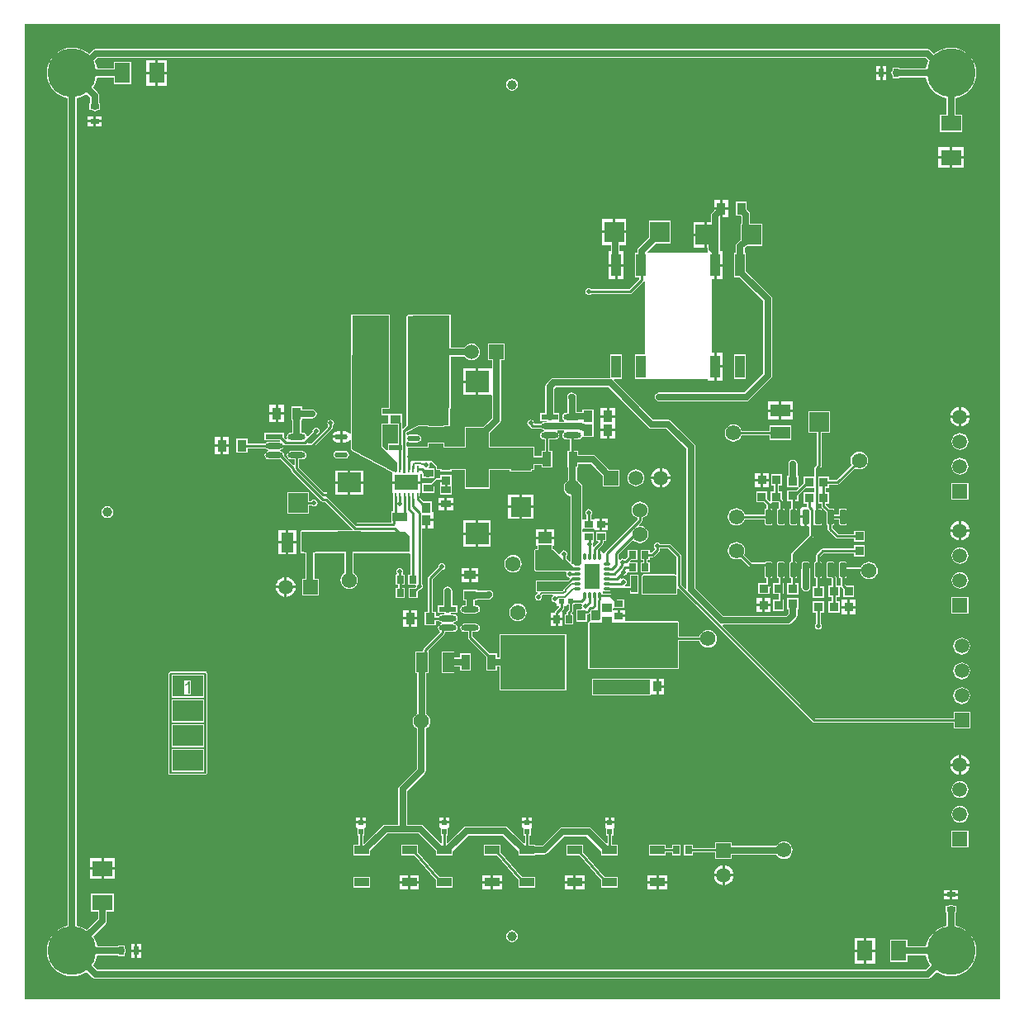
<source format=gtl>
G04*
G04 #@! TF.GenerationSoftware,Altium Limited,Altium Designer,22.2.1 (43)*
G04*
G04 Layer_Physical_Order=1*
G04 Layer_Color=255*
%FSLAX44Y44*%
%MOMM*%
G71*
G04*
G04 #@! TF.SameCoordinates,5CE99453-8E5A-41D3-94B1-68A0E1D8BDBC*
G04*
G04*
G04 #@! TF.FilePolarity,Positive*
G04*
G01*
G75*
%ADD13C,0.1500*%
%ADD14C,0.2000*%
%ADD16R,0.9562X1.2062*%
%ADD17R,0.7000X0.8500*%
%ADD18R,0.5500X0.5000*%
%ADD19R,1.8052X0.6121*%
G04:AMPARAMS|DCode=20|XSize=1.8052mm|YSize=0.6121mm|CornerRadius=0.3061mm|HoleSize=0mm|Usage=FLASHONLY|Rotation=0.000|XOffset=0mm|YOffset=0mm|HoleType=Round|Shape=RoundedRectangle|*
%AMROUNDEDRECTD20*
21,1,1.8052,0.0000,0,0,0.0*
21,1,1.1931,0.6121,0,0,0.0*
1,1,0.6121,0.5966,0.0000*
1,1,0.6121,-0.5966,0.0000*
1,1,0.6121,-0.5966,0.0000*
1,1,0.6121,0.5966,0.0000*
%
%ADD20ROUNDEDRECTD20*%
%ADD21O,0.8000X0.3000*%
%ADD22O,0.3000X0.8000*%
%ADD23R,1.6500X2.6500*%
%ADD24R,0.2500X0.7000*%
%ADD25R,2.3800X1.6500*%
%ADD26R,0.8500X0.7000*%
%ADD27R,0.9000X1.0500*%
%ADD28R,1.0500X0.9000*%
%ADD29R,0.8500X0.7500*%
%ADD30R,0.7500X0.8500*%
%ADD31R,0.9000X1.5500*%
%ADD32R,1.0000X0.8000*%
%ADD33R,2.0000X2.0000*%
%ADD34R,1.3000X2.0000*%
%ADD35R,0.9500X0.9500*%
%ADD36R,1.5500X0.9000*%
%ADD37R,0.6500X1.7500*%
%ADD38R,1.7500X0.9500*%
%ADD39R,6.6000X5.6000*%
%ADD40R,2.7000X1.0000*%
%ADD41R,3.7500X9.5000*%
%ADD42R,1.1430X2.0320*%
%ADD43R,1.2200X0.9100*%
G04:AMPARAMS|DCode=44|XSize=1.3587mm|YSize=0.5868mm|CornerRadius=0.2934mm|HoleSize=0mm|Usage=FLASHONLY|Rotation=180.000|XOffset=0mm|YOffset=0mm|HoleType=Round|Shape=RoundedRectangle|*
%AMROUNDEDRECTD44*
21,1,1.3587,0.0000,0,0,180.0*
21,1,0.7719,0.5868,0,0,180.0*
1,1,0.5868,-0.3859,0.0000*
1,1,0.5868,0.3859,0.0000*
1,1,0.5868,0.3859,0.0000*
1,1,0.5868,-0.3859,0.0000*
%
%ADD44ROUNDEDRECTD44*%
%ADD45R,1.3587X0.5868*%
%ADD46R,1.2062X0.9562*%
%ADD47R,1.3562X1.1781*%
%ADD48R,0.9121X1.1311*%
%ADD49R,2.3300X1.9900*%
%ADD50R,2.1300X1.9900*%
%ADD51R,2.3500X2.2000*%
%ADD52R,1.1311X0.9121*%
%ADD53R,1.0000X2.3000*%
%ADD54R,1.5000X0.9000*%
G04:AMPARAMS|DCode=55|XSize=0.6mm|YSize=1.45mm|CornerRadius=0.051mm|HoleSize=0mm|Usage=FLASHONLY|Rotation=180.000|XOffset=0mm|YOffset=0mm|HoleType=Round|Shape=RoundedRectangle|*
%AMROUNDEDRECTD55*
21,1,0.6000,1.3480,0,0,180.0*
21,1,0.4980,1.4500,0,0,180.0*
1,1,0.1020,-0.2490,0.6740*
1,1,0.1020,0.2490,0.6740*
1,1,0.1020,0.2490,-0.6740*
1,1,0.1020,-0.2490,-0.6740*
%
%ADD55ROUNDEDRECTD55*%
%ADD56R,1.6030X2.1062*%
%ADD57R,0.9000X0.5000*%
%ADD58R,0.5000X0.9000*%
%ADD59R,2.1062X1.6030*%
%ADD60R,2.0000X2.0000*%
%ADD61R,2.0000X1.3000*%
%ADD62R,1.9900X2.1300*%
%ADD63R,0.9500X0.9500*%
%ADD64R,0.5000X0.5500*%
%ADD92C,1.5700*%
%ADD98C,1.0000*%
%ADD99C,0.2540*%
%ADD100C,0.7000*%
%ADD101C,1.5240*%
%ADD102C,1.5000*%
%ADD103R,1.5000X1.5000*%
%ADD104R,1.5000X1.5000*%
%ADD105C,5.0000*%
%ADD106C,0.5000*%
G36*
X1000000Y-0D02*
X0Y-0D01*
X-0Y1000000D01*
X1000000Y1000000D01*
X1000000Y-0D01*
D02*
G37*
%LPC*%
G36*
X950000Y976126D02*
X944903Y975624D01*
X940002Y974137D01*
X935485Y971723D01*
X932670Y969413D01*
X928839Y973244D01*
X927350Y974239D01*
X925594Y974588D01*
X73405D01*
X71650Y974239D01*
X70161Y973244D01*
X66330Y969413D01*
X63515Y971723D01*
X58998Y974137D01*
X54097Y975624D01*
X49000Y976126D01*
X43903Y975624D01*
X39002Y974137D01*
X34485Y971723D01*
X30526Y968474D01*
X27277Y964515D01*
X24863Y959998D01*
X23376Y955097D01*
X22874Y950000D01*
X23376Y944903D01*
X24863Y940002D01*
X27277Y935485D01*
X30526Y931526D01*
X34485Y928277D01*
X39002Y925863D01*
X43903Y924376D01*
X44412Y924326D01*
Y75674D01*
X43903Y75624D01*
X39002Y74137D01*
X34485Y71723D01*
X30526Y68474D01*
X27277Y64515D01*
X24863Y59998D01*
X23376Y55097D01*
X22874Y50000D01*
X23376Y44903D01*
X24863Y40002D01*
X27277Y35485D01*
X30526Y31526D01*
X34485Y28277D01*
X39002Y25863D01*
X43903Y24376D01*
X49000Y23874D01*
X54097Y24376D01*
X58998Y25863D01*
X63515Y28277D01*
X63910Y28601D01*
X69756Y22756D01*
X71244Y21761D01*
X73000Y21412D01*
X926000D01*
X927756Y21761D01*
X929244Y22756D01*
X935090Y28601D01*
X935485Y28277D01*
X940002Y25863D01*
X944903Y24376D01*
X950000Y23874D01*
X955097Y24376D01*
X959998Y25863D01*
X964515Y28277D01*
X968474Y31526D01*
X971723Y35485D01*
X974137Y40002D01*
X975624Y44903D01*
X976126Y50000D01*
X975624Y55097D01*
X974137Y59998D01*
X971723Y64515D01*
X968474Y68474D01*
X964515Y71723D01*
X959998Y74137D01*
X955097Y75624D01*
X954588Y75674D01*
Y89000D01*
X955500D01*
Y96000D01*
X952862D01*
X951756Y96739D01*
X950000Y97088D01*
X948244Y96739D01*
X947138Y96000D01*
X944500D01*
Y89000D01*
X945412D01*
Y75674D01*
X944903Y75624D01*
X940002Y74137D01*
X935485Y71723D01*
X931526Y68474D01*
X928277Y64515D01*
X925863Y59998D01*
X924376Y55097D01*
X924326Y54588D01*
X905521D01*
Y61531D01*
X887491D01*
Y38469D01*
X905521D01*
Y45412D01*
X924326D01*
X924376Y44903D01*
X925863Y40002D01*
X928277Y35485D01*
X928601Y35090D01*
X924100Y30588D01*
X74900D01*
X70399Y35090D01*
X70723Y35485D01*
X73137Y40002D01*
X74624Y44903D01*
X74674Y45412D01*
X96000D01*
Y44500D01*
X103000D01*
Y47138D01*
X103739Y48244D01*
X104088Y50000D01*
X103739Y51756D01*
X103000Y52862D01*
Y55500D01*
X96000D01*
Y54588D01*
X74674D01*
X74624Y55097D01*
X73137Y59998D01*
X70723Y64515D01*
X70399Y64910D01*
X83244Y77756D01*
X84239Y79244D01*
X84588Y81000D01*
Y90479D01*
X91531D01*
Y108509D01*
X68469D01*
Y90479D01*
X75412D01*
Y82900D01*
X63910Y71399D01*
X63515Y71723D01*
X58998Y74137D01*
X54097Y75624D01*
X53588Y75674D01*
Y924326D01*
X54097Y924376D01*
X58998Y925863D01*
X63515Y928277D01*
X63910Y928601D01*
X67412Y925099D01*
Y919000D01*
X66500D01*
Y912000D01*
X69138D01*
X70244Y911261D01*
X72000Y910912D01*
X73756Y911261D01*
X74862Y912000D01*
X77500D01*
Y919000D01*
X76588D01*
Y927000D01*
X76239Y928756D01*
X75244Y930244D01*
X70399Y935090D01*
X70723Y935485D01*
X73137Y940002D01*
X74624Y944903D01*
X74674Y945412D01*
X91479D01*
Y938469D01*
X109509D01*
Y961531D01*
X91479D01*
Y954588D01*
X74674D01*
X74624Y955097D01*
X73137Y959998D01*
X72007Y962113D01*
X75306Y965412D01*
X923694D01*
X926993Y962113D01*
X925863Y959998D01*
X924376Y955097D01*
X924326Y954588D01*
X897000D01*
Y955500D01*
X890000D01*
Y952862D01*
X889261Y951756D01*
X888912Y950000D01*
X889261Y948244D01*
X890000Y947138D01*
Y944500D01*
X897000D01*
Y945412D01*
X924326D01*
X924376Y944903D01*
X925863Y940002D01*
X928277Y935485D01*
X931526Y931526D01*
X935485Y928277D01*
X940002Y925863D01*
X944903Y924376D01*
X945412Y924326D01*
Y907521D01*
X938469D01*
Y889491D01*
X961531D01*
Y907521D01*
X954588D01*
Y924326D01*
X955097Y924376D01*
X959998Y925863D01*
X964515Y928277D01*
X968474Y931526D01*
X971723Y935485D01*
X974137Y940002D01*
X975624Y944903D01*
X976126Y950000D01*
X975624Y955097D01*
X974137Y959998D01*
X971723Y964515D01*
X968474Y968474D01*
X964515Y971723D01*
X959998Y974137D01*
X955097Y975624D01*
X950000Y976126D01*
D02*
G37*
G36*
X883540Y957040D02*
X879770D01*
Y951270D01*
X883540D01*
Y957040D01*
D02*
G37*
G36*
X877230D02*
X873460D01*
Y951270D01*
X877230D01*
Y957040D01*
D02*
G37*
G36*
X146061Y963071D02*
X136776D01*
Y951270D01*
X146061D01*
Y963071D01*
D02*
G37*
G36*
X134236D02*
X124951D01*
Y951270D01*
X134236D01*
Y963071D01*
D02*
G37*
G36*
X883540Y948730D02*
X879770D01*
Y942960D01*
X883540D01*
Y948730D01*
D02*
G37*
G36*
X877230D02*
X873460D01*
Y942960D01*
X877230D01*
Y948730D01*
D02*
G37*
G36*
X146061Y948730D02*
X136776D01*
Y936929D01*
X146061D01*
Y948730D01*
D02*
G37*
G36*
X134236D02*
X124951D01*
Y936929D01*
X134236D01*
Y948730D01*
D02*
G37*
G36*
X500000Y944118D02*
X497659Y943652D01*
X495674Y942326D01*
X494348Y940341D01*
X493882Y938000D01*
X494348Y935659D01*
X495674Y933674D01*
X497659Y932348D01*
X500000Y931882D01*
X502341Y932348D01*
X504326Y933674D01*
X505652Y935659D01*
X506118Y938000D01*
X505652Y940341D01*
X504326Y942326D01*
X502341Y943652D01*
X500000Y944118D01*
D02*
G37*
G36*
X79040Y905540D02*
X73270D01*
Y901770D01*
X79040D01*
Y905540D01*
D02*
G37*
G36*
X70730D02*
X64960D01*
Y901770D01*
X70730D01*
Y905540D01*
D02*
G37*
G36*
X79040Y899230D02*
X73270D01*
Y895460D01*
X79040D01*
Y899230D01*
D02*
G37*
G36*
X70730D02*
X64960D01*
Y895460D01*
X70730D01*
Y899230D01*
D02*
G37*
G36*
X963071Y874049D02*
X951270D01*
Y864764D01*
X963071D01*
Y874049D01*
D02*
G37*
G36*
X948730D02*
X936929D01*
Y864764D01*
X948730D01*
Y874049D01*
D02*
G37*
G36*
X963071Y862224D02*
X951270D01*
Y852939D01*
X963071D01*
Y862224D01*
D02*
G37*
G36*
X948730D02*
X936929D01*
Y852939D01*
X948730D01*
Y862224D01*
D02*
G37*
G36*
X721821Y819571D02*
X715770D01*
Y812270D01*
X721821D01*
Y819571D01*
D02*
G37*
G36*
X713230D02*
X707179D01*
Y812270D01*
X713230D01*
Y819571D01*
D02*
G37*
G36*
X721821Y809730D02*
X715770D01*
Y802429D01*
X721821D01*
Y809730D01*
D02*
G37*
G36*
X617030Y800174D02*
X605811D01*
Y788254D01*
X617030D01*
Y800174D01*
D02*
G37*
G36*
X603270D02*
X592051D01*
Y788254D01*
X603270D01*
Y800174D01*
D02*
G37*
G36*
X697130Y797190D02*
X685910D01*
Y785270D01*
X697130D01*
Y797190D01*
D02*
G37*
G36*
Y782730D02*
X685910D01*
Y770810D01*
X697130D01*
Y782730D01*
D02*
G37*
G36*
X713230Y809730D02*
X707179D01*
Y808918D01*
X705306Y807044D01*
X704311Y805556D01*
X703962Y803800D01*
Y797190D01*
X699670D01*
Y784000D01*
Y770810D01*
X700262D01*
Y769614D01*
X700611Y767858D01*
X701010Y767090D01*
X701010Y767090D01*
X701010Y767090D01*
Y765633D01*
X639238D01*
X638751Y766806D01*
X647279Y775334D01*
X662691D01*
Y798634D01*
X640790D01*
Y781822D01*
X629606Y770637D01*
X628611Y769149D01*
X628262Y767393D01*
Y765550D01*
X626350D01*
Y740550D01*
X630686D01*
Y738959D01*
X620041Y728314D01*
X581663D01*
X581523Y728523D01*
X580366Y729297D01*
X579000Y729568D01*
X577634Y729297D01*
X576477Y728523D01*
X575703Y727366D01*
X575431Y726000D01*
X575703Y724634D01*
X576477Y723477D01*
X577634Y722703D01*
X579000Y722431D01*
X580366Y722703D01*
X581523Y723477D01*
X581663Y723686D01*
X621000D01*
X621886Y723862D01*
X622636Y724363D01*
X634636Y736363D01*
X634997Y736903D01*
X635960Y736807D01*
X636267Y736692D01*
Y661450D01*
X626350D01*
Y636450D01*
X637151D01*
X637350Y636368D01*
X701010D01*
Y634910D01*
X707280D01*
Y648950D01*
Y662990D01*
X704632D01*
Y739010D01*
X707280D01*
Y753050D01*
X708550D01*
Y754320D01*
X716090D01*
Y767090D01*
X713138D01*
Y801899D01*
X713230Y801991D01*
Y809730D01*
D02*
G37*
G36*
X617030Y785714D02*
X604540D01*
X592051D01*
Y773794D01*
X601157D01*
Y767090D01*
X599410D01*
Y754320D01*
X606950D01*
X614490D01*
Y767090D01*
X610333D01*
Y773794D01*
X617030D01*
Y785714D01*
D02*
G37*
G36*
X716090Y751780D02*
X709820D01*
Y739010D01*
X716090D01*
Y751780D01*
D02*
G37*
G36*
X614490D02*
X608220D01*
Y739010D01*
X614490D01*
Y751780D01*
D02*
G37*
G36*
X605680D02*
X599410D01*
Y739010D01*
X605680D01*
Y751780D01*
D02*
G37*
G36*
X716090Y662990D02*
X709820D01*
Y650220D01*
X716090D01*
Y662990D01*
D02*
G37*
G36*
X739950Y661450D02*
X727950D01*
Y636450D01*
X739950D01*
Y661450D01*
D02*
G37*
G36*
X716090Y647680D02*
X709820D01*
Y634910D01*
X716090D01*
Y647680D01*
D02*
G37*
G36*
X462730Y647040D02*
X449710D01*
Y634770D01*
X462730D01*
Y647040D01*
D02*
G37*
G36*
Y632230D02*
X449710D01*
Y619960D01*
X462730D01*
Y632230D01*
D02*
G37*
G36*
X740781Y818031D02*
X729219D01*
Y803969D01*
X734292D01*
X735012Y803250D01*
Y795650D01*
X734650D01*
Y779539D01*
X730706Y775594D01*
X729711Y774106D01*
X729362Y772350D01*
Y765550D01*
X727950D01*
Y740550D01*
X733461D01*
X757412Y716600D01*
Y641900D01*
X738100Y622588D01*
X651000D01*
X649244Y622239D01*
X647756Y621244D01*
X646761Y619756D01*
X646412Y618000D01*
X646761Y616244D01*
X647756Y614756D01*
X649244Y613761D01*
X651000Y613412D01*
X740000D01*
X741756Y613761D01*
X743244Y614756D01*
X765244Y636756D01*
X766239Y638244D01*
X766588Y640000D01*
Y718500D01*
X766239Y720256D01*
X765244Y721744D01*
X739950Y747039D01*
Y765550D01*
X738538D01*
Y770450D01*
X740439Y772350D01*
X756550D01*
Y795650D01*
X744188D01*
Y805150D01*
X743839Y806906D01*
X742844Y808394D01*
X740781Y810458D01*
Y818031D01*
D02*
G37*
G36*
X787540Y613040D02*
X776270D01*
Y605270D01*
X787540D01*
Y613040D01*
D02*
G37*
G36*
X773730D02*
X762460D01*
Y605270D01*
X773730D01*
Y613040D01*
D02*
G37*
G36*
X266071Y609571D02*
X260020D01*
Y602270D01*
X266071D01*
Y609571D01*
D02*
G37*
G36*
X257480D02*
X251429D01*
Y602270D01*
X257480D01*
Y609571D01*
D02*
G37*
G36*
X605571Y606571D02*
X599520D01*
Y599270D01*
X605571D01*
Y606571D01*
D02*
G37*
G36*
X596980D02*
X590929D01*
Y599270D01*
X596980D01*
Y606571D01*
D02*
G37*
G36*
X960509Y607609D02*
Y598920D01*
X969198D01*
X969020Y600271D01*
X968009Y602713D01*
X966400Y604811D01*
X964302Y606420D01*
X961860Y607431D01*
X960509Y607609D01*
D02*
G37*
G36*
X957969D02*
X956618Y607431D01*
X954176Y606420D01*
X952078Y604811D01*
X950469Y602713D01*
X949457Y600271D01*
X949280Y598920D01*
X957969D01*
Y607609D01*
D02*
G37*
G36*
X787540Y602730D02*
X776270D01*
Y594960D01*
X787540D01*
Y602730D01*
D02*
G37*
G36*
X773730D02*
X762460D01*
Y594960D01*
X773730D01*
Y602730D01*
D02*
G37*
G36*
X266071Y599730D02*
X260020D01*
Y592429D01*
X266071D01*
Y599730D01*
D02*
G37*
G36*
X257480D02*
X251429D01*
Y592429D01*
X257480D01*
Y599730D01*
D02*
G37*
G36*
X969198Y596380D02*
X960509D01*
Y587691D01*
X961860Y587868D01*
X964302Y588880D01*
X966400Y590489D01*
X968009Y592587D01*
X969020Y595029D01*
X969198Y596380D01*
D02*
G37*
G36*
X957969D02*
X949280D01*
X949457Y595029D01*
X950469Y592587D01*
X952078Y590489D01*
X954176Y588880D01*
X956618Y587868D01*
X957969Y587691D01*
Y596380D01*
D02*
G37*
G36*
X605571Y596730D02*
X590929D01*
Y589429D01*
Y585270D01*
X605571D01*
Y589429D01*
Y596730D01*
D02*
G37*
G36*
X437000Y702500D02*
X397500D01*
Y702082D01*
X393000D01*
X392235Y701765D01*
X391918Y701000D01*
Y589243D01*
X388584Y584736D01*
X387314Y585155D01*
Y590221D01*
X387138Y591107D01*
X387105Y591157D01*
Y591709D01*
X387061Y591933D01*
Y600561D01*
X367082D01*
Y605500D01*
X374500D01*
Y702500D01*
X335000D01*
Y661199D01*
X334918Y661000D01*
Y580072D01*
X333648Y579687D01*
X332806Y580947D01*
X330995Y582156D01*
X328859Y582581D01*
X326270D01*
Y577000D01*
Y571418D01*
X328859D01*
X330995Y571843D01*
X332806Y573053D01*
X333648Y574313D01*
X334918Y573927D01*
Y564100D01*
X334978Y563955D01*
X334961Y563798D01*
X335131Y563586D01*
X335235Y563335D01*
X335380Y563274D01*
X335478Y563152D01*
X337478Y562052D01*
X377310Y540144D01*
Y531270D01*
X391750D01*
X406190D01*
Y538692D01*
X406632Y539038D01*
X407460Y539260D01*
X408000Y538724D01*
Y534500D01*
X418732D01*
X419171Y534500D01*
X420114Y534296D01*
X420780Y533553D01*
X416727Y529500D01*
X408000D01*
Y519500D01*
X420000D01*
Y526227D01*
X423959Y530185D01*
X426250D01*
Y528000D01*
X426000D01*
Y518000D01*
X438000D01*
Y528000D01*
X437750D01*
Y538250D01*
X426250D01*
Y534814D01*
X423000D01*
X422114Y534638D01*
X421363Y534137D01*
X421063Y534168D01*
X420148Y534436D01*
X420000Y534569D01*
X420000Y535741D01*
Y544500D01*
X415282D01*
X415081Y544758D01*
X414719Y545770D01*
X415297Y546634D01*
X415569Y548000D01*
X415297Y549366D01*
X415108Y549647D01*
X415787Y550918D01*
X417552D01*
X421918Y546552D01*
Y544000D01*
X422235Y543234D01*
X423000Y542918D01*
X426250D01*
Y541750D01*
X437750D01*
Y542918D01*
X451250D01*
Y524000D01*
X476750D01*
Y542918D01*
X497350D01*
Y541650D01*
X520650D01*
Y542918D01*
X522000D01*
X522765Y543234D01*
X523082Y544000D01*
Y548012D01*
X530250D01*
Y545250D01*
X541250D01*
Y562750D01*
X538064D01*
Y574360D01*
X544461D01*
X546045Y574675D01*
X547388Y575572D01*
X548286Y576916D01*
X548601Y578500D01*
X548286Y580084D01*
X547388Y581427D01*
X546319Y582142D01*
X546596Y583412D01*
X553404D01*
X553681Y582142D01*
X552612Y581427D01*
X551714Y580084D01*
X551399Y578500D01*
X551714Y576916D01*
X552612Y575572D01*
X553955Y574675D01*
X555539Y574360D01*
X559190D01*
Y562750D01*
X556750D01*
Y545250D01*
X557412D01*
Y532635D01*
X555688Y531312D01*
X554269Y529463D01*
X553378Y527310D01*
X553074Y525000D01*
X553378Y522690D01*
X554269Y520537D01*
X555688Y518688D01*
X557537Y517270D01*
X559690Y516378D01*
X560137Y516319D01*
Y449441D01*
X558867Y448915D01*
X555785Y451997D01*
Y454868D01*
X556297Y455634D01*
X556568Y457000D01*
X556297Y458366D01*
X555523Y459523D01*
X554366Y460297D01*
X553000Y460569D01*
X551634Y460297D01*
X550477Y459523D01*
X549703Y458366D01*
X549431Y457000D01*
X549457Y456869D01*
X548287Y456244D01*
X542765Y461765D01*
X542000Y462082D01*
X541781D01*
Y465210D01*
X543321D01*
Y472370D01*
X534000D01*
X524679D01*
Y465210D01*
X526219D01*
Y462082D01*
X524000D01*
X523235Y461765D01*
X522918Y461000D01*
Y441000D01*
X522918Y441000D01*
X523234Y440234D01*
X523235Y440234D01*
X524235Y439235D01*
X525000Y438918D01*
X554995D01*
X555660Y437648D01*
X555431Y436500D01*
X555703Y435134D01*
X556477Y433977D01*
X557634Y433203D01*
X558488Y433033D01*
X558982Y431731D01*
X557083Y429832D01*
X553500D01*
Y430000D01*
X524500D01*
Y418000D01*
X525801D01*
X526000Y417918D01*
X526463D01*
X527065Y416648D01*
X527000Y416568D01*
X525634Y416297D01*
X524477Y415523D01*
X523703Y414366D01*
X523431Y413000D01*
X523703Y411634D01*
X524477Y410477D01*
X525634Y409703D01*
X527000Y409431D01*
X528366Y409703D01*
X529523Y410477D01*
X530297Y411634D01*
X530569Y413000D01*
X530408Y413806D01*
X531552Y414949D01*
X541476D01*
X541861Y413680D01*
X541477Y413423D01*
X540703Y412265D01*
X540431Y410899D01*
X540703Y409534D01*
X541477Y408376D01*
X542634Y407603D01*
X544000Y407331D01*
X544250Y407381D01*
X545520Y406338D01*
Y403452D01*
X548010D01*
X548347Y402182D01*
X544374Y398209D01*
X543872Y397458D01*
X543739Y396790D01*
X539710D01*
Y391270D01*
X545750D01*
X551790D01*
Y396790D01*
X551161D01*
X550675Y397963D01*
X552536Y399825D01*
X553038Y400576D01*
X553214Y401462D01*
Y403452D01*
X556100D01*
Y403913D01*
X556561Y404992D01*
X557996D01*
Y399948D01*
X556613Y398565D01*
X556112Y397815D01*
X555936Y396929D01*
Y395250D01*
X553750D01*
Y384750D01*
X562750D01*
Y395250D01*
X561640D01*
X561114Y396520D01*
X561947Y397353D01*
X562449Y398104D01*
X562625Y398989D01*
Y404992D01*
X564060D01*
Y406190D01*
X571380D01*
X571419Y406198D01*
X572182Y405055D01*
X571713Y404352D01*
X571441Y402987D01*
X571713Y401621D01*
X571914Y401320D01*
X571236Y400050D01*
X565750D01*
Y387550D01*
X576750D01*
Y395302D01*
X577492D01*
X578378Y395478D01*
X578980Y395880D01*
X580046Y395600D01*
X580250Y395515D01*
Y387818D01*
X579248Y387817D01*
X578873Y387661D01*
X578485Y387500D01*
X578484Y387499D01*
X578484Y387499D01*
X578327Y387120D01*
X578168Y386735D01*
X578167Y339791D01*
X578484Y339025D01*
X579250Y338708D01*
X669750Y338708D01*
X670515Y339025D01*
X670832Y339791D01*
Y367685D01*
X692380D01*
X693270Y365537D01*
X694688Y363688D01*
X696537Y362270D01*
X698690Y361378D01*
X701000Y361073D01*
X703310Y361378D01*
X705463Y362270D01*
X707312Y363688D01*
X708730Y365537D01*
X709622Y367690D01*
X709926Y370000D01*
X709622Y372310D01*
X708730Y374463D01*
X707312Y376312D01*
X705463Y377730D01*
X703310Y378622D01*
X701000Y378926D01*
X698690Y378622D01*
X696537Y377730D01*
X694688Y376312D01*
X693270Y374463D01*
X692380Y372314D01*
X670832D01*
Y386865D01*
X670832Y386866D01*
X670832Y386867D01*
X670673Y387250D01*
X670515Y387631D01*
X670515Y387631D01*
X670514Y387632D01*
X670132Y387789D01*
X669750Y387948D01*
X669749Y387947D01*
X669748Y387948D01*
X617189Y387872D01*
X616290Y388769D01*
Y392280D01*
X609500D01*
Y393550D01*
X608230D01*
Y399590D01*
X603250D01*
Y400898D01*
X604250Y401550D01*
X614750D01*
Y410550D01*
X607523D01*
X602437Y415636D01*
X601686Y416138D01*
X600800Y416314D01*
X593069D01*
X592713Y416966D01*
X592790Y418210D01*
X592790D01*
Y418225D01*
X594060Y419039D01*
X594500Y418951D01*
X599500D01*
X600475Y419145D01*
X600536Y419185D01*
X621350D01*
Y416250D01*
X629850D01*
Y435750D01*
X621350D01*
Y423814D01*
X615774D01*
X615625Y424228D01*
X615562Y425084D01*
X616523Y425727D01*
X617297Y426884D01*
X617569Y428250D01*
X617297Y429616D01*
X616523Y430773D01*
X615366Y431547D01*
X614000Y431819D01*
X612634Y431547D01*
X612624Y431540D01*
X611814Y432526D01*
X613766Y434478D01*
X614000Y434431D01*
X615366Y434703D01*
X616523Y435477D01*
X617297Y436634D01*
X617417Y437238D01*
X617506Y437687D01*
X618750Y437750D01*
Y437750D01*
X619704Y437750D01*
X628250D01*
Y448250D01*
X621183D01*
X620696Y449423D01*
X622023Y450750D01*
X628250D01*
Y461250D01*
X618750D01*
Y454023D01*
X616157Y451431D01*
X615131D01*
X614366Y451942D01*
X613000Y452214D01*
X611634Y451942D01*
X610584Y451241D01*
X610059Y451365D01*
X609314Y451716D01*
Y457041D01*
X623257Y470984D01*
X624525Y470901D01*
X624688Y470688D01*
X626537Y469269D01*
X628690Y468378D01*
X631000Y468074D01*
X633310Y468378D01*
X635463Y469269D01*
X637312Y470688D01*
X638730Y472537D01*
X639622Y474690D01*
X639926Y477000D01*
X639622Y479310D01*
X638730Y481463D01*
X637312Y483312D01*
X635463Y484730D01*
X633310Y485622D01*
X631000Y485926D01*
X630636Y485878D01*
X630043Y487081D01*
X632636Y489675D01*
X633138Y490426D01*
X633314Y491312D01*
Y493628D01*
X635347Y494470D01*
X637148Y495852D01*
X638530Y497653D01*
X639398Y499750D01*
X639694Y502000D01*
X639398Y504250D01*
X638530Y506347D01*
X637148Y508148D01*
X635347Y509529D01*
X633250Y510398D01*
X631000Y510694D01*
X628750Y510398D01*
X626653Y509529D01*
X624852Y508148D01*
X623470Y506347D01*
X622602Y504250D01*
X622306Y502000D01*
X622602Y499750D01*
X623470Y497653D01*
X624852Y495852D01*
X626653Y494470D01*
X628685Y493628D01*
Y492270D01*
X595363Y458948D01*
X594862Y458198D01*
X594686Y457312D01*
X593444Y457380D01*
X593306Y458076D01*
X592413Y459413D01*
X591076Y460305D01*
X590770Y460366D01*
Y454000D01*
X588230D01*
Y460898D01*
X587861Y461588D01*
X592887Y466613D01*
X593388Y467364D01*
X593564Y468250D01*
Y470250D01*
X596500D01*
Y479250D01*
X586000D01*
Y470250D01*
X588383D01*
X588707Y468980D01*
X583970Y464243D01*
X583161Y464280D01*
X582568Y464637D01*
X582574Y464846D01*
X582964Y465430D01*
X583235Y466795D01*
X582964Y468161D01*
X582751Y468480D01*
X583429Y469750D01*
X583500D01*
Y479250D01*
X573000D01*
X572082Y480101D01*
Y481899D01*
X573000Y482750D01*
X573352Y482750D01*
X583190D01*
X583500Y482750D01*
X584460Y482001D01*
Y481210D01*
X589980D01*
Y487250D01*
Y493290D01*
X584460D01*
Y492998D01*
X583500Y492250D01*
X583190Y492250D01*
X580784D01*
Y496663D01*
X580992Y496802D01*
X581766Y497960D01*
X582038Y499326D01*
X581766Y500691D01*
X580992Y501849D01*
X579835Y502623D01*
X578469Y502894D01*
X577103Y502623D01*
X575946Y501849D01*
X575172Y500691D01*
X574901Y499326D01*
X575172Y497960D01*
X575946Y496802D01*
X576155Y496663D01*
Y492250D01*
X573352D01*
X573000Y492250D01*
X572082Y493101D01*
Y527000D01*
X571765Y527765D01*
X571765Y527765D01*
X568619Y530912D01*
X568312Y531312D01*
X567912Y531619D01*
X567765Y531765D01*
X567669Y531805D01*
X566588Y532635D01*
Y545250D01*
X567750D01*
Y549412D01*
X580700D01*
X593100Y537011D01*
Y526500D01*
X610100D01*
Y543500D01*
X599589D01*
X585844Y557244D01*
X584356Y558239D01*
X582600Y558588D01*
X567750D01*
Y562750D01*
X563819D01*
Y574360D01*
X567470D01*
X569055Y574675D01*
X570398Y575572D01*
X570869Y576278D01*
X571924Y576943D01*
X572502Y576969D01*
X573151Y576969D01*
X583531D01*
Y590969D01*
Y605031D01*
X571969D01*
Y602338D01*
X566093D01*
Y617495D01*
X565744Y619251D01*
X564749Y620739D01*
X564244Y621244D01*
X562756Y622239D01*
X561000Y622588D01*
X559244Y622239D01*
X557756Y621244D01*
X556761Y619756D01*
X556412Y618000D01*
X556761Y616244D01*
X556917Y616011D01*
Y601640D01*
X555539D01*
X553955Y601325D01*
X552612Y600428D01*
X551714Y599084D01*
X551399Y597500D01*
X551714Y595915D01*
X552612Y594572D01*
X553681Y593858D01*
X553404Y592588D01*
X549439D01*
X548521Y593439D01*
X548521Y593858D01*
Y601561D01*
X543083D01*
Y626494D01*
X544496Y627907D01*
X598604D01*
X639756Y586756D01*
X641244Y585761D01*
X643000Y585412D01*
X658100D01*
X678912Y564599D01*
Y421997D01*
X677642Y421471D01*
X673314Y425799D01*
Y455000D01*
X673138Y455886D01*
X672636Y456637D01*
X662636Y466637D01*
X661886Y467138D01*
X661000Y467314D01*
X651663D01*
X651523Y467523D01*
X650366Y468297D01*
X649000Y468569D01*
X647634Y468297D01*
X646477Y467523D01*
X645703Y466366D01*
X645431Y465000D01*
X645703Y463634D01*
X646477Y462477D01*
X646003Y461276D01*
X643041Y458314D01*
X641250D01*
Y461250D01*
X631750D01*
Y450750D01*
X634185D01*
Y448250D01*
X631750D01*
Y437750D01*
X641250D01*
Y448250D01*
X638814D01*
Y450750D01*
X641250D01*
Y453685D01*
X644000D01*
X644886Y453862D01*
X645637Y454363D01*
X650637Y459363D01*
X651138Y460114D01*
X651314Y461000D01*
Y462337D01*
X651523Y462477D01*
X651663Y462686D01*
X660041D01*
X668686Y454041D01*
Y436715D01*
X668460Y436420D01*
X668417Y436379D01*
X667415Y435910D01*
X667000Y436082D01*
X635182D01*
X635000Y436082D01*
X635000Y436082D01*
X634050Y435750D01*
Y435581D01*
X633235Y434765D01*
X632918Y434000D01*
Y416000D01*
X633235Y415235D01*
X634000Y414917D01*
X668000D01*
X668765Y415235D01*
X669082Y416000D01*
Y421688D01*
X670352Y422214D01*
X808003Y284563D01*
X808754Y284062D01*
X809640Y283885D01*
X952500D01*
Y277700D01*
X969500D01*
Y294700D01*
X952500D01*
Y288514D01*
X810599D01*
X715971Y383142D01*
X716497Y384412D01*
X783000D01*
X784756Y384761D01*
X786244Y385756D01*
X791244Y390756D01*
X792239Y392244D01*
X792588Y394000D01*
Y400250D01*
X793750D01*
Y411750D01*
X782250D01*
Y400250D01*
X783412D01*
Y395900D01*
X781099Y393588D01*
X716900D01*
X688088Y422401D01*
Y566500D01*
X687739Y568256D01*
X686744Y569744D01*
X663244Y593244D01*
X661756Y594239D01*
X660000Y594588D01*
X644900D01*
X604309Y635180D01*
X604835Y636450D01*
X612950D01*
Y661450D01*
X600950D01*
Y637449D01*
X600505Y637083D01*
X542596D01*
X540840Y636734D01*
X539351Y635740D01*
X535251Y631639D01*
X534256Y630150D01*
X533907Y628395D01*
Y601561D01*
X528469D01*
Y593439D01*
X535240D01*
X535271Y593410D01*
X534763Y592140D01*
X532530D01*
X530945Y591825D01*
X529602Y590928D01*
X529192Y590314D01*
X523131D01*
X522569Y591000D01*
X522297Y592366D01*
X521523Y593523D01*
X520366Y594297D01*
X519000Y594568D01*
X517634Y594297D01*
X516477Y593523D01*
X515703Y592366D01*
X515431Y591000D01*
X515703Y589634D01*
X516477Y588477D01*
X517634Y587703D01*
X518442Y587542D01*
X518527Y587114D01*
X519029Y586363D01*
X519780Y585862D01*
X520666Y585685D01*
X529192D01*
X529602Y585072D01*
X530945Y584175D01*
X532530Y583860D01*
Y582640D01*
X530945Y582325D01*
X529602Y581427D01*
X528705Y580084D01*
X528389Y578500D01*
X528705Y576916D01*
X529602Y575572D01*
X530945Y574675D01*
X532530Y574360D01*
X533436D01*
Y562750D01*
X530250D01*
Y557188D01*
X523082D01*
Y566000D01*
X522765Y566765D01*
X522000Y567082D01*
X476750D01*
Y580511D01*
X487244Y591006D01*
X488239Y592494D01*
X488588Y594250D01*
Y655500D01*
X492500D01*
Y672500D01*
X475500D01*
Y655500D01*
X479412D01*
Y647398D01*
X478290Y647040D01*
X478142Y647040D01*
X465270D01*
Y633500D01*
Y619960D01*
X478142D01*
X478290Y619960D01*
X479412Y619602D01*
Y596150D01*
X470261Y587000D01*
X451250D01*
Y567082D01*
X430750D01*
Y571250D01*
X413250D01*
Y567082D01*
X393000D01*
X391894Y567999D01*
Y571211D01*
X393163Y571889D01*
X393606Y571594D01*
X395141Y571289D01*
X402859D01*
X404394Y571594D01*
X405696Y572463D01*
X406565Y573765D01*
X406871Y575300D01*
X406565Y576835D01*
X405696Y578136D01*
X404394Y579006D01*
X402859Y579311D01*
X395141D01*
X393606Y579006D01*
X393163Y578711D01*
X391894Y579389D01*
Y581003D01*
X404300Y587804D01*
X413250D01*
Y586750D01*
X430750D01*
Y587804D01*
X435000D01*
X435765Y588121D01*
X436082Y588886D01*
Y605500D01*
X437000D01*
Y659412D01*
X451407D01*
X452538Y657938D01*
X454313Y656575D01*
X456381Y655719D01*
X458600Y655427D01*
X460819Y655719D01*
X462887Y656575D01*
X464662Y657938D01*
X466025Y659713D01*
X466881Y661781D01*
X467173Y664000D01*
X466881Y666219D01*
X466025Y668287D01*
X464662Y670062D01*
X462887Y671425D01*
X460819Y672281D01*
X458600Y672573D01*
X456381Y672281D01*
X454313Y671425D01*
X452538Y670062D01*
X451407Y668588D01*
X437000D01*
Y702500D01*
D02*
G37*
G36*
X323730Y582581D02*
X321141D01*
X319005Y582156D01*
X317194Y580947D01*
X315984Y579136D01*
X315812Y578270D01*
X323730D01*
Y582581D01*
D02*
G37*
G36*
X605571Y582730D02*
X599520D01*
Y575429D01*
X605571D01*
Y582730D01*
D02*
G37*
G36*
X596980D02*
X590929D01*
Y575429D01*
X596980D01*
Y582730D01*
D02*
G37*
G36*
X285031Y608031D02*
X273469D01*
Y593969D01*
X274662D01*
Y581370D01*
X273263D01*
X271678Y581055D01*
X270335Y580157D01*
X269438Y578814D01*
X269123Y577230D01*
X269364Y576017D01*
X268832Y574907D01*
X268596Y574619D01*
X268136Y574551D01*
X266245Y576442D01*
Y581290D01*
X246192D01*
Y573169D01*
X261840D01*
X261857Y573140D01*
X261138Y571870D01*
X250253D01*
X248669Y571555D01*
X247326Y570657D01*
X246916Y570044D01*
X228723D01*
Y575035D01*
X217161D01*
Y560973D01*
X228723D01*
Y565415D01*
X246916D01*
X247326Y564802D01*
X248669Y563905D01*
X250253Y563589D01*
Y562370D01*
X248669Y562055D01*
X247326Y561157D01*
X246428Y559814D01*
X246113Y558230D01*
X246428Y556645D01*
X247326Y555302D01*
X248669Y554405D01*
X250253Y554089D01*
X262184D01*
X262907Y554233D01*
X273374Y543767D01*
Y543305D01*
X273550Y542420D01*
X274052Y541669D01*
X304704Y511016D01*
X305455Y510514D01*
X306341Y510338D01*
X308389D01*
X336374Y482352D01*
X335848Y481082D01*
X284000D01*
X283235Y480765D01*
X282918Y480000D01*
Y459000D01*
X283235Y458234D01*
X284000Y457918D01*
X288312D01*
Y431481D01*
X284800D01*
Y414481D01*
X301800D01*
Y431481D01*
X297488D01*
Y457918D01*
X328412D01*
Y437635D01*
X326688Y436312D01*
X325270Y434463D01*
X324378Y432310D01*
X324074Y430000D01*
X324378Y427690D01*
X325270Y425537D01*
X326688Y423688D01*
X328537Y422270D01*
X330690Y421378D01*
X333000Y421074D01*
X335310Y421378D01*
X337463Y422270D01*
X339312Y423688D01*
X340730Y425537D01*
X341622Y427690D01*
X341926Y430000D01*
X341622Y432310D01*
X340730Y434463D01*
X339312Y436312D01*
X337588Y437635D01*
Y457918D01*
X395000D01*
X396040Y456974D01*
Y435681D01*
X393604D01*
Y425181D01*
X400665D01*
X401471Y424199D01*
X401431Y424000D01*
X401480Y423754D01*
X399977Y422250D01*
X393750D01*
Y411750D01*
X403250D01*
Y418977D01*
X404754Y420480D01*
X405000Y420431D01*
X406366Y420703D01*
X407523Y421477D01*
X408297Y422634D01*
X408569Y424000D01*
X408297Y425366D01*
X407523Y426523D01*
X407314Y426663D01*
Y483399D01*
X410730D01*
Y491595D01*
X412000D01*
Y492865D01*
X419101D01*
Y499790D01*
X417561D01*
Y511061D01*
X409002D01*
X405314Y514749D01*
Y516000D01*
X405250Y516324D01*
Y519210D01*
X406190D01*
Y528730D01*
X391750D01*
X377310D01*
Y519210D01*
X378250D01*
Y516324D01*
X378186Y516000D01*
Y511002D01*
X378092Y510861D01*
X377915Y509976D01*
Y506024D01*
X378092Y505138D01*
X378186Y504998D01*
Y500750D01*
X376250D01*
Y489750D01*
X375160Y489314D01*
X340965D01*
X310643Y519636D01*
X309892Y520138D01*
X309006Y520314D01*
X306959D01*
X281543Y545730D01*
Y554089D01*
X285194D01*
X286778Y554405D01*
X288121Y555302D01*
X289019Y556645D01*
X289334Y558230D01*
X289019Y559814D01*
X288121Y561157D01*
X286778Y562055D01*
X285194Y562370D01*
X273263D01*
X271678Y562055D01*
X270335Y561157D01*
X269438Y559814D01*
X269123Y558230D01*
X269438Y556645D01*
X270335Y555302D01*
X271678Y554405D01*
X273263Y554089D01*
X276914D01*
Y548433D01*
X275741Y547947D01*
X266180Y557506D01*
X266324Y558230D01*
X266009Y559814D01*
X265112Y561157D01*
X263769Y562055D01*
X262184Y562370D01*
Y563589D01*
X263769Y563905D01*
X265112Y564802D01*
X265612Y565550D01*
X294865D01*
X295751Y565727D01*
X296501Y566228D01*
X315637Y585363D01*
X316138Y586114D01*
X316314Y587000D01*
Y588337D01*
X316523Y588477D01*
X317297Y589634D01*
X317568Y591000D01*
X317297Y592366D01*
X316523Y593523D01*
X315366Y594297D01*
X314000Y594568D01*
X312634Y594297D01*
X311477Y593523D01*
X310703Y592366D01*
X310431Y591000D01*
X310703Y589634D01*
X311477Y588477D01*
X311003Y587276D01*
X293906Y570179D01*
X291112D01*
X290626Y571353D01*
X298754Y579480D01*
X299000Y579431D01*
X300366Y579703D01*
X301523Y580477D01*
X302297Y581634D01*
X302568Y583000D01*
X302297Y584366D01*
X301523Y585523D01*
X300366Y586297D01*
X299000Y586568D01*
X297634Y586297D01*
X296477Y585523D01*
X295703Y584366D01*
X295431Y583000D01*
X295480Y582753D01*
X290517Y577790D01*
X289139Y578209D01*
X289019Y578814D01*
X288121Y580157D01*
X286778Y581055D01*
X285194Y581370D01*
X283838D01*
Y593969D01*
X285031D01*
Y595785D01*
X295170D01*
X296926Y596135D01*
X298415Y597129D01*
X299409Y598618D01*
X299758Y600373D01*
X299409Y602129D01*
X298415Y603618D01*
X296926Y604612D01*
X295170Y604962D01*
X285031D01*
Y608031D01*
D02*
G37*
G36*
X727000Y589926D02*
X724690Y589622D01*
X722537Y588730D01*
X720688Y587312D01*
X719269Y585463D01*
X718378Y583310D01*
X718074Y581000D01*
X718378Y578690D01*
X719269Y576537D01*
X720688Y574688D01*
X722537Y573270D01*
X724690Y572378D01*
X727000Y572074D01*
X729310Y572378D01*
X731463Y573270D01*
X733312Y574688D01*
X734730Y576537D01*
X735620Y578685D01*
X764000D01*
Y573500D01*
X786000D01*
Y588500D01*
X764000D01*
Y583314D01*
X735620D01*
X734730Y585463D01*
X733312Y587312D01*
X731463Y588730D01*
X729310Y589622D01*
X727000Y589926D01*
D02*
G37*
G36*
X323730Y575730D02*
X315812D01*
X315984Y574864D01*
X317194Y573053D01*
X319005Y571843D01*
X321141Y571418D01*
X323730D01*
Y575730D01*
D02*
G37*
G36*
X209763Y576575D02*
X203712D01*
Y569274D01*
X209763D01*
Y576575D01*
D02*
G37*
G36*
X201172D02*
X195121D01*
Y569274D01*
X201172D01*
Y576575D01*
D02*
G37*
G36*
X959239Y580823D02*
X957020Y580531D01*
X954952Y579675D01*
X953177Y578312D01*
X951814Y576537D01*
X950958Y574469D01*
X950666Y572250D01*
X950958Y570031D01*
X951814Y567963D01*
X953177Y566188D01*
X954952Y564825D01*
X957020Y563969D01*
X959239Y563677D01*
X961458Y563969D01*
X963526Y564825D01*
X965301Y566188D01*
X966664Y567963D01*
X967520Y570031D01*
X967812Y572250D01*
X967520Y574469D01*
X966664Y576537D01*
X965301Y578312D01*
X963526Y579675D01*
X961458Y580531D01*
X959239Y580823D01*
D02*
G37*
G36*
X209763Y566734D02*
X203712D01*
Y559433D01*
X209763D01*
Y566734D01*
D02*
G37*
G36*
X201172D02*
X195121D01*
Y559433D01*
X201172D01*
Y566734D01*
D02*
G37*
G36*
X328859Y562711D02*
X321141D01*
X319606Y562406D01*
X318304Y561536D01*
X317435Y560235D01*
X317129Y558700D01*
X317435Y557165D01*
X318304Y555863D01*
X319606Y554994D01*
X321141Y554689D01*
X328859D01*
X330394Y554994D01*
X331696Y555863D01*
X332565Y557165D01*
X332871Y558700D01*
X332565Y560235D01*
X331696Y561536D01*
X330394Y562406D01*
X328859Y562711D01*
D02*
G37*
G36*
X959239Y555423D02*
X957020Y555131D01*
X954952Y554275D01*
X953177Y552912D01*
X951814Y551137D01*
X950958Y549069D01*
X950666Y546850D01*
X950958Y544631D01*
X951814Y542563D01*
X953177Y540788D01*
X954952Y539425D01*
X957020Y538569D01*
X959239Y538277D01*
X961458Y538569D01*
X963526Y539425D01*
X965301Y540788D01*
X966664Y542563D01*
X967520Y544631D01*
X967812Y546850D01*
X967520Y549069D01*
X966664Y551137D01*
X965301Y552912D01*
X963526Y554275D01*
X961458Y555131D01*
X959239Y555423D01*
D02*
G37*
G36*
X653670Y544959D02*
Y536270D01*
X662359D01*
X662181Y537621D01*
X661170Y540063D01*
X659561Y542161D01*
X657463Y543770D01*
X655021Y544781D01*
X653670Y544959D01*
D02*
G37*
G36*
X651130D02*
X649779Y544781D01*
X647337Y543770D01*
X645239Y542161D01*
X643630Y540063D01*
X642618Y537621D01*
X642440Y536270D01*
X651130D01*
Y544959D01*
D02*
G37*
G36*
X763546Y540098D02*
X757526D01*
Y534078D01*
X763546D01*
Y540098D01*
D02*
G37*
G36*
X754986D02*
X748966D01*
Y534078D01*
X754986D01*
Y540098D01*
D02*
G37*
G36*
X347190Y542590D02*
X334270D01*
Y531370D01*
X347190D01*
Y542590D01*
D02*
G37*
G36*
X331730D02*
X318810D01*
Y531370D01*
X331730D01*
Y542590D01*
D02*
G37*
G36*
X627000Y543573D02*
X624781Y543281D01*
X622713Y542425D01*
X620938Y541062D01*
X619575Y539287D01*
X618719Y537219D01*
X618427Y535000D01*
X618719Y532781D01*
X619575Y530713D01*
X620938Y528938D01*
X622713Y527575D01*
X624781Y526719D01*
X627000Y526427D01*
X629219Y526719D01*
X631287Y527575D01*
X633062Y528938D01*
X634425Y530713D01*
X635281Y532781D01*
X635573Y535000D01*
X635281Y537219D01*
X634425Y539287D01*
X633062Y541062D01*
X631287Y542425D01*
X629219Y543281D01*
X627000Y543573D01*
D02*
G37*
G36*
X763546Y531538D02*
X757526D01*
Y525518D01*
X763546D01*
Y531538D01*
D02*
G37*
G36*
X754986D02*
X748966D01*
Y525518D01*
X754986D01*
Y531538D01*
D02*
G37*
G36*
X826000Y603500D02*
X804000D01*
Y581500D01*
X812685D01*
Y548508D01*
X810363Y546186D01*
X809862Y545435D01*
X809686Y544550D01*
Y536250D01*
X798750D01*
Y529273D01*
X794874Y525397D01*
X793750Y526069D01*
X793750Y526888D01*
Y537250D01*
X792588D01*
Y549000D01*
X792239Y550756D01*
X791244Y552244D01*
X789756Y553239D01*
X788000Y553588D01*
X786244Y553239D01*
X784756Y552244D01*
X783761Y550756D01*
X783412Y549000D01*
Y537250D01*
X782250D01*
Y525750D01*
X792525D01*
X793431Y525750D01*
X794103Y524626D01*
X791727Y522250D01*
X782250D01*
Y510750D01*
X785985D01*
Y503374D01*
X785810D01*
X784654Y502896D01*
X784176Y501740D01*
Y488260D01*
X784654Y487104D01*
X785810Y486626D01*
X790790D01*
X791946Y487104D01*
X792424Y488260D01*
Y501740D01*
X791946Y502896D01*
X790790Y503374D01*
X790614D01*
Y510750D01*
X793750D01*
Y517727D01*
X800773Y524750D01*
X809686D01*
Y520250D01*
X798750D01*
Y508750D01*
X802186D01*
Y504850D01*
X798510D01*
X797320Y504613D01*
X796311Y503939D01*
X795637Y502930D01*
X795400Y501740D01*
Y496270D01*
X801000D01*
Y495000D01*
X802270D01*
Y485150D01*
X803490D01*
X804686Y484093D01*
Y476459D01*
X786663Y458437D01*
X786162Y457686D01*
X785985Y456800D01*
Y448874D01*
X785810D01*
X784654Y448396D01*
X784176Y447240D01*
Y433760D01*
X784654Y432604D01*
X785810Y432126D01*
X785985D01*
Y426750D01*
X782250D01*
Y415250D01*
X793750D01*
Y426750D01*
X790614D01*
Y432126D01*
X790790D01*
X791946Y432604D01*
X792424Y433760D01*
Y447240D01*
X791946Y448396D01*
X790790Y448874D01*
X790614D01*
Y455841D01*
X808637Y473863D01*
X809138Y474614D01*
X809314Y475500D01*
Y486185D01*
X810584Y486885D01*
X811210Y486626D01*
X816190D01*
X817346Y487104D01*
X817824Y488260D01*
Y501740D01*
X817346Y502896D01*
X816190Y503374D01*
X814314D01*
Y508750D01*
X817186D01*
Y506150D01*
X817362Y505264D01*
X817863Y504513D01*
X822276Y500101D01*
Y488260D01*
X822754Y487104D01*
X823686Y486718D01*
Y482500D01*
X823862Y481614D01*
X824363Y480863D01*
X831863Y473363D01*
X832614Y472862D01*
X833500Y472685D01*
X850250D01*
Y469250D01*
X861750D01*
Y480750D01*
X850250D01*
Y477314D01*
X834459D01*
X828314Y483459D01*
Y486626D01*
X828890D01*
X830046Y487104D01*
X830524Y488260D01*
Y492686D01*
X834976D01*
Y488260D01*
X835454Y487104D01*
X836610Y486626D01*
X841590D01*
X842746Y487104D01*
X843224Y488260D01*
Y501740D01*
X842746Y502896D01*
X841590Y503374D01*
X836610D01*
X835454Y502896D01*
X834976Y501740D01*
Y497314D01*
X830524D01*
Y501740D01*
X830046Y502896D01*
X828890Y503374D01*
X825549D01*
X821814Y507109D01*
Y508750D01*
X825250D01*
Y520250D01*
X821814D01*
Y524750D01*
X825250D01*
Y528186D01*
X833700D01*
X834586Y528362D01*
X835337Y528863D01*
X851541Y545067D01*
X853690Y544177D01*
X856000Y543873D01*
X858310Y544177D01*
X860463Y545069D01*
X862312Y546488D01*
X863730Y548336D01*
X864622Y550489D01*
X864926Y552800D01*
X864622Y555110D01*
X863730Y557263D01*
X862312Y559112D01*
X860463Y560530D01*
X858310Y561422D01*
X856000Y561726D01*
X853690Y561422D01*
X851537Y560530D01*
X849688Y559112D01*
X848270Y557263D01*
X847378Y555110D01*
X847074Y552800D01*
X847378Y550489D01*
X848268Y548341D01*
X832742Y532814D01*
X825250D01*
Y536250D01*
X814314D01*
Y543591D01*
X816637Y545913D01*
X817138Y546664D01*
X817315Y547550D01*
Y581500D01*
X826000D01*
Y603500D01*
D02*
G37*
G36*
X662359Y533730D02*
X653670D01*
Y525041D01*
X655021Y525218D01*
X657463Y526230D01*
X659561Y527839D01*
X661170Y529937D01*
X662181Y532379D01*
X662359Y533730D01*
D02*
G37*
G36*
X651130D02*
X642440D01*
X642618Y532379D01*
X643630Y529937D01*
X645239Y527839D01*
X647337Y526230D01*
X649779Y525218D01*
X651130Y525041D01*
Y533730D01*
D02*
G37*
G36*
X347190Y528830D02*
X334270D01*
Y517610D01*
X347190D01*
Y528830D01*
D02*
G37*
G36*
X331730D02*
X318810D01*
Y517610D01*
X331730D01*
Y528830D01*
D02*
G37*
G36*
X967739Y529950D02*
X950739D01*
Y512950D01*
X967739D01*
Y529950D01*
D02*
G37*
G36*
X777006Y538558D02*
X765506D01*
Y527058D01*
X768686D01*
Y521250D01*
X765250D01*
Y511319D01*
X763980Y510793D01*
X761750Y513023D01*
Y521250D01*
X750250D01*
Y509750D01*
X758477D01*
X760585Y507641D01*
Y503374D01*
X760410D01*
X759254Y502896D01*
X758776Y501740D01*
Y497314D01*
X738621D01*
X737730Y499463D01*
X736312Y501312D01*
X734463Y502730D01*
X732310Y503622D01*
X730000Y503926D01*
X727690Y503622D01*
X725537Y502730D01*
X723688Y501312D01*
X722270Y499463D01*
X721378Y497310D01*
X721074Y495000D01*
X721378Y492690D01*
X722270Y490537D01*
X723688Y488688D01*
X725537Y487270D01*
X727690Y486378D01*
X730000Y486074D01*
X732310Y486378D01*
X734463Y487270D01*
X736312Y488688D01*
X737730Y490537D01*
X738621Y492686D01*
X758776D01*
Y488260D01*
X759254Y487104D01*
X760410Y486626D01*
X765390D01*
X766546Y487104D01*
X767024Y488260D01*
Y501740D01*
X766546Y502896D01*
X765390Y503374D01*
X765214D01*
Y508495D01*
X765218Y508603D01*
X766273Y509750D01*
X773286D01*
Y503374D01*
X773110D01*
X771954Y502896D01*
X771476Y501740D01*
Y488260D01*
X771954Y487104D01*
X773110Y486626D01*
X778090D01*
X779246Y487104D01*
X779724Y488260D01*
Y501740D01*
X779246Y502896D01*
X778090Y503374D01*
X777914D01*
Y510900D01*
X777738Y511786D01*
X777236Y512537D01*
X776750Y513023D01*
Y521250D01*
X773315D01*
Y527058D01*
X777006D01*
Y538558D01*
D02*
G37*
G36*
X439540Y514540D02*
X433270D01*
Y509270D01*
X439540D01*
Y514540D01*
D02*
G37*
G36*
X430730D02*
X424460D01*
Y509270D01*
X430730D01*
Y514540D01*
D02*
G37*
G36*
X522190Y517890D02*
X510270D01*
Y506670D01*
X522190D01*
Y517890D01*
D02*
G37*
G36*
X507730D02*
X495810D01*
Y506670D01*
X507730D01*
Y517890D01*
D02*
G37*
G36*
X292000Y520000D02*
X270000D01*
Y498000D01*
X292000D01*
Y506685D01*
X294337D01*
X294477Y506477D01*
X295634Y505703D01*
X297000Y505431D01*
X298366Y505703D01*
X299523Y506477D01*
X300297Y507634D01*
X300569Y509000D01*
X300297Y510366D01*
X299523Y511523D01*
X298366Y512297D01*
X297000Y512569D01*
X295634Y512297D01*
X294477Y511523D01*
X294337Y511314D01*
X292000D01*
Y520000D01*
D02*
G37*
G36*
X439540Y506730D02*
X433270D01*
Y501460D01*
X439540D01*
Y506730D01*
D02*
G37*
G36*
X430730D02*
X424460D01*
Y501460D01*
X430730D01*
Y506730D01*
D02*
G37*
G36*
X85000Y506118D02*
X82659Y505652D01*
X80674Y504326D01*
X79348Y502341D01*
X78882Y500000D01*
X79348Y497659D01*
X80674Y495674D01*
X82659Y494348D01*
X85000Y493882D01*
X87341Y494348D01*
X89326Y495674D01*
X90652Y497659D01*
X91117Y500000D01*
X90652Y502341D01*
X89326Y504326D01*
X87341Y505652D01*
X85000Y506118D01*
D02*
G37*
G36*
X522190Y504130D02*
X510270D01*
Y492910D01*
X522190D01*
Y504130D01*
D02*
G37*
G36*
X507730D02*
X495810D01*
Y492910D01*
X507730D01*
Y504130D01*
D02*
G37*
G36*
X598040Y493290D02*
X592520D01*
Y488520D01*
X598040D01*
Y493290D01*
D02*
G37*
G36*
X799730Y493730D02*
X795400D01*
Y488260D01*
X795637Y487070D01*
X796311Y486061D01*
X797320Y485387D01*
X798510Y485150D01*
X799730D01*
Y493730D01*
D02*
G37*
G36*
X419101Y490325D02*
X413270D01*
Y483399D01*
X419101D01*
Y490325D01*
D02*
G37*
G36*
X960509Y490659D02*
Y481970D01*
X969198D01*
X969020Y483321D01*
X968009Y485763D01*
X966399Y487861D01*
X964302Y489470D01*
X961860Y490481D01*
X960509Y490659D01*
D02*
G37*
G36*
X957969D02*
X956618Y490481D01*
X954175Y489470D01*
X952078Y487861D01*
X950469Y485763D01*
X949457Y483321D01*
X949279Y481970D01*
X957969D01*
Y490659D01*
D02*
G37*
G36*
X598040Y485980D02*
X592520D01*
Y481210D01*
X598040D01*
Y485980D01*
D02*
G37*
G36*
X478290Y491040D02*
X465270D01*
Y478770D01*
X478290D01*
Y491040D01*
D02*
G37*
G36*
X462730D02*
X449710D01*
Y478770D01*
X462730D01*
Y491040D01*
D02*
G37*
G36*
X543321Y482071D02*
X535270D01*
Y474911D01*
X543321D01*
Y482071D01*
D02*
G37*
G36*
X532730D02*
X524679D01*
Y474911D01*
X532730D01*
Y482071D01*
D02*
G37*
G36*
X957969Y479430D02*
X949279D01*
X949457Y478079D01*
X950469Y475637D01*
X952078Y473539D01*
X954175Y471930D01*
X956618Y470918D01*
X957969Y470741D01*
Y479430D01*
D02*
G37*
G36*
X969198D02*
X960509D01*
Y470741D01*
X961860Y470918D01*
X964302Y471930D01*
X966399Y473539D01*
X968009Y475637D01*
X969020Y478079D01*
X969198Y479430D01*
D02*
G37*
G36*
X278540Y481540D02*
X270770D01*
Y470270D01*
X278540D01*
Y481540D01*
D02*
G37*
G36*
X268230D02*
X260460D01*
Y470270D01*
X268230D01*
Y481540D01*
D02*
G37*
G36*
X478290Y476230D02*
X465270D01*
Y463960D01*
X478290D01*
Y476230D01*
D02*
G37*
G36*
X462730D02*
X449710D01*
Y463960D01*
X462730D01*
Y476230D01*
D02*
G37*
G36*
X278540Y467730D02*
X270770D01*
Y456460D01*
X278540D01*
Y467730D01*
D02*
G37*
G36*
X268230D02*
X260460D01*
Y456460D01*
X268230D01*
Y467730D01*
D02*
G37*
G36*
X861750Y465750D02*
X850250D01*
Y462314D01*
X818500D01*
X817614Y462138D01*
X816863Y461637D01*
X812063Y456837D01*
X811562Y456086D01*
X811385Y455200D01*
Y448874D01*
X811210D01*
X810054Y448396D01*
X809576Y447240D01*
Y433760D01*
X810054Y432604D01*
X811210Y432126D01*
X811423D01*
Y423545D01*
X808092D01*
Y412045D01*
X819592D01*
Y423545D01*
X816052D01*
Y432126D01*
X816190D01*
X817346Y432604D01*
X817824Y433760D01*
Y447240D01*
X817346Y448396D01*
X816190Y448874D01*
X816014D01*
Y454241D01*
X819459Y457685D01*
X850250D01*
Y454250D01*
X861750D01*
Y465750D01*
D02*
G37*
G36*
X959239Y463873D02*
X957020Y463581D01*
X954952Y462725D01*
X953176Y461362D01*
X951814Y459587D01*
X950958Y457519D01*
X950665Y455300D01*
X950958Y453081D01*
X951814Y451013D01*
X953176Y449238D01*
X954952Y447875D01*
X957020Y447019D01*
X959239Y446727D01*
X961458Y447019D01*
X963525Y447875D01*
X965301Y449238D01*
X966664Y451013D01*
X967520Y453081D01*
X967812Y455300D01*
X967520Y457519D01*
X966664Y459587D01*
X965301Y461362D01*
X963525Y462725D01*
X961458Y463581D01*
X959239Y463873D01*
D02*
G37*
G36*
X866000Y448926D02*
X863690Y448622D01*
X861537Y447730D01*
X859688Y446312D01*
X858270Y444463D01*
X857794Y443314D01*
X843224D01*
Y447240D01*
X842746Y448396D01*
X841590Y448874D01*
X836610D01*
X835454Y448396D01*
X834976Y447240D01*
Y433760D01*
X835454Y432604D01*
X836610Y432126D01*
X836786D01*
Y425828D01*
X836538Y424681D01*
X836321Y424562D01*
X835176Y424250D01*
D01*
X835176Y424250D01*
X832315D01*
Y432650D01*
X832138Y433536D01*
X831637Y434286D01*
X830524Y435399D01*
Y447240D01*
X830046Y448396D01*
X828890Y448874D01*
X823910D01*
X822754Y448396D01*
X822276Y447240D01*
Y433760D01*
X822754Y432604D01*
X823910Y432126D01*
X827251D01*
X827685Y431691D01*
Y424250D01*
X824250D01*
Y412750D01*
X827685D01*
Y408250D01*
X824250D01*
Y396750D01*
X835750D01*
Y408250D01*
X832315D01*
Y412750D01*
X835750D01*
Y422683D01*
X836928Y423439D01*
X837020Y423427D01*
X837463Y422763D01*
X839250Y420977D01*
Y412750D01*
X850750D01*
Y424250D01*
X842523D01*
X841414Y425359D01*
Y432126D01*
X841590D01*
X842746Y432604D01*
X843224Y433760D01*
Y438685D01*
X857247D01*
X857378Y437690D01*
X858270Y435537D01*
X859688Y433688D01*
X861537Y432270D01*
X863690Y431378D01*
X866000Y431074D01*
X868310Y431378D01*
X870463Y432270D01*
X872312Y433688D01*
X873730Y435537D01*
X874622Y437690D01*
X874926Y440000D01*
X874622Y442310D01*
X873730Y444463D01*
X872312Y446312D01*
X870463Y447730D01*
X868310Y448622D01*
X866000Y448926D01*
D02*
G37*
G36*
X428000Y447569D02*
X426634Y447297D01*
X425477Y446523D01*
X424703Y445366D01*
X424431Y444000D01*
X424480Y443754D01*
X414363Y433637D01*
X413862Y432886D01*
X413685Y432000D01*
Y397831D01*
X410219D01*
Y383769D01*
X421781D01*
Y388485D01*
X424692D01*
X425102Y387872D01*
X426445Y386975D01*
X428030Y386660D01*
Y385440D01*
X426445Y385125D01*
X425102Y384227D01*
X424205Y382884D01*
X423889Y381300D01*
X424205Y379716D01*
X425102Y378372D01*
X425725Y377956D01*
X425850Y376428D01*
X409541Y360119D01*
X409039Y359368D01*
X408863Y358482D01*
Y357160D01*
X400950D01*
Y334840D01*
X402800D01*
Y293150D01*
X402647Y293087D01*
X400799Y291668D01*
X399380Y289819D01*
X398488Y287666D01*
X398184Y285356D01*
X398488Y283046D01*
X399380Y280893D01*
X400799Y279044D01*
X402523Y277722D01*
Y237011D01*
X384756Y219244D01*
X383761Y217756D01*
X383412Y216000D01*
Y179361D01*
X370165D01*
X368410Y179011D01*
X366921Y178017D01*
X348703Y159799D01*
X347433Y160325D01*
Y168391D01*
X348619D01*
X348619Y175891D01*
X349698Y176351D01*
X350159D01*
Y180371D01*
X345118D01*
X340079D01*
Y176351D01*
X340539D01*
X341618Y175891D01*
X341618Y175081D01*
Y168391D01*
X342804D01*
Y158723D01*
X337116D01*
Y147724D01*
X354116D01*
Y152235D01*
X372066Y170184D01*
X403982D01*
X421931Y152235D01*
Y147724D01*
X438931D01*
Y152235D01*
X455000Y168303D01*
X490678D01*
X506746Y152235D01*
Y147724D01*
X523746D01*
Y148635D01*
X533246D01*
X535002Y148985D01*
X536491Y149979D01*
X553815Y167303D01*
X576493D01*
X591561Y152235D01*
Y147724D01*
X608561D01*
Y158723D01*
X602564D01*
Y168391D01*
X603750D01*
X603750Y175891D01*
X604829Y176351D01*
X605290D01*
Y180371D01*
X600250D01*
X595210D01*
Y176351D01*
X595671D01*
X596750Y175891D01*
X596750Y175081D01*
Y168391D01*
X597935D01*
Y160497D01*
X596762Y160011D01*
X581638Y175135D01*
X580149Y176130D01*
X578394Y176479D01*
X551914D01*
X550158Y176130D01*
X548670Y175135D01*
X531346Y157812D01*
X523746D01*
Y158723D01*
X517807D01*
Y168391D01*
X518993D01*
X518993Y175891D01*
X520072Y176351D01*
X520533D01*
Y180371D01*
X515493D01*
X510453D01*
Y176351D01*
X510913D01*
X511993Y175891D01*
X511993Y175081D01*
Y168391D01*
X513178D01*
Y160440D01*
X512005Y159954D01*
X495823Y176136D01*
X494334Y177130D01*
X492579Y177479D01*
X453099D01*
X451343Y177130D01*
X449855Y176136D01*
X434033Y160313D01*
X432859Y160799D01*
Y168391D01*
X434045D01*
X434045Y175891D01*
X435124Y176351D01*
X435585D01*
Y180371D01*
X430545D01*
X425505D01*
Y176351D01*
X425965D01*
X427045Y175891D01*
X427045Y175081D01*
Y168391D01*
X428230D01*
Y160573D01*
X427057Y160086D01*
X409127Y178017D01*
X407638Y179011D01*
X405882Y179361D01*
X392588D01*
Y214100D01*
X410355Y231866D01*
X411349Y233355D01*
X411699Y235111D01*
Y277722D01*
X413423Y279044D01*
X414841Y280893D01*
X415733Y283046D01*
X416037Y285356D01*
X415733Y287666D01*
X414841Y289819D01*
X413423Y291668D01*
X411976Y292778D01*
Y334840D01*
X414380D01*
Y357160D01*
X414380D01*
X414393Y358425D01*
X430331Y374362D01*
X430832Y375113D01*
X431008Y375999D01*
Y377160D01*
X439961D01*
X441545Y377475D01*
X442888Y378372D01*
X443786Y379716D01*
X444101Y381300D01*
X443786Y382884D01*
X442888Y384227D01*
X441545Y385125D01*
X439961Y385440D01*
Y386660D01*
X441545Y386975D01*
X442888Y387872D01*
X443786Y389216D01*
X444101Y390800D01*
X443786Y392384D01*
X442888Y393727D01*
X441545Y394625D01*
X439961Y394940D01*
X437727D01*
X437219Y396210D01*
X437250Y396239D01*
X444021D01*
Y404361D01*
X438583D01*
Y419005D01*
X438234Y420761D01*
X437239Y422249D01*
X435751Y423244D01*
X433995Y423593D01*
X432239Y423244D01*
X430751Y422249D01*
X429756Y420761D01*
X429407Y419005D01*
Y404361D01*
X423969D01*
Y396239D01*
X430740D01*
X430771Y396210D01*
X430263Y394940D01*
X428030D01*
X426445Y394625D01*
X425102Y393727D01*
X424692Y393114D01*
X421781D01*
Y397831D01*
X418314D01*
Y431041D01*
X427754Y440480D01*
X428000Y440431D01*
X429366Y440703D01*
X430523Y441477D01*
X431297Y442634D01*
X431568Y444000D01*
X431297Y445366D01*
X430523Y446523D01*
X429366Y447297D01*
X428000Y447569D01*
D02*
G37*
G36*
X501000Y455926D02*
X498690Y455622D01*
X496537Y454730D01*
X494688Y453312D01*
X493270Y451463D01*
X492378Y449310D01*
X492074Y447000D01*
X492378Y444690D01*
X493270Y442537D01*
X494688Y440688D01*
X496537Y439269D01*
X498690Y438378D01*
X501000Y438074D01*
X503310Y438378D01*
X505463Y439269D01*
X507312Y440688D01*
X508730Y442537D01*
X509622Y444690D01*
X509926Y447000D01*
X509622Y449310D01*
X508730Y451463D01*
X507312Y453312D01*
X505463Y454730D01*
X503310Y455622D01*
X501000Y455926D01*
D02*
G37*
G36*
X465571Y442571D02*
X458270D01*
Y436520D01*
X465571D01*
Y442571D01*
D02*
G37*
G36*
X455730D02*
X448429D01*
Y436520D01*
X455730D01*
Y442571D01*
D02*
G37*
G36*
X465571Y433980D02*
X458270D01*
Y427929D01*
X465571D01*
Y433980D01*
D02*
G37*
G36*
X455730D02*
X448429D01*
Y427929D01*
X455730D01*
Y433980D01*
D02*
G37*
G36*
X269170Y432940D02*
Y424251D01*
X277859D01*
X277682Y425602D01*
X276670Y428044D01*
X275061Y430141D01*
X272963Y431751D01*
X270521Y432762D01*
X269170Y432940D01*
D02*
G37*
G36*
X266630D02*
X265279Y432762D01*
X262837Y431751D01*
X260739Y430141D01*
X259130Y428044D01*
X258118Y425602D01*
X257941Y424251D01*
X266630D01*
Y432940D01*
D02*
G37*
G36*
X959239Y438473D02*
X957020Y438181D01*
X954952Y437325D01*
X953176Y435962D01*
X951814Y434187D01*
X950958Y432119D01*
X950665Y429900D01*
X950958Y427681D01*
X951814Y425613D01*
X953176Y423838D01*
X954952Y422475D01*
X957020Y421619D01*
X959239Y421327D01*
X961458Y421619D01*
X963525Y422475D01*
X965301Y423838D01*
X966664Y425613D01*
X967520Y427681D01*
X967812Y429900D01*
X967520Y432119D01*
X966664Y434187D01*
X965301Y435962D01*
X963525Y437325D01*
X961458Y438181D01*
X959239Y438473D01*
D02*
G37*
G36*
X803490Y448874D02*
X798510D01*
X797354Y448396D01*
X796876Y447240D01*
Y442427D01*
X796761Y442256D01*
X796412Y440500D01*
Y423000D01*
X796412Y423000D01*
X796761Y421244D01*
X797756Y419756D01*
X799244Y418761D01*
X801000Y418412D01*
X802756Y418761D01*
X804244Y419756D01*
X805239Y421244D01*
X805588Y423000D01*
Y440500D01*
X805239Y442256D01*
X805124Y442427D01*
Y447240D01*
X804646Y448396D01*
X803490Y448874D01*
D02*
G37*
G36*
X730000Y469156D02*
X727690Y468852D01*
X725537Y467960D01*
X723688Y466541D01*
X722270Y464692D01*
X721378Y462540D01*
X721074Y460229D01*
X721378Y457919D01*
X722270Y455766D01*
X723688Y453918D01*
X725537Y452499D01*
X727690Y451607D01*
X730000Y451303D01*
X732310Y451607D01*
X734459Y452497D01*
X742623Y444333D01*
X743374Y443832D01*
X744259Y443655D01*
X758776D01*
Y433760D01*
X759254Y432604D01*
X760410Y432126D01*
X760585D01*
Y427250D01*
X752250D01*
Y415750D01*
X763750D01*
Y422255D01*
X763786Y422262D01*
X764537Y422763D01*
X765038Y423514D01*
X765214Y424400D01*
Y432126D01*
X765390D01*
X766546Y432604D01*
X767024Y433760D01*
Y447240D01*
X766546Y448396D01*
X765390Y448874D01*
X760410D01*
X759254Y448396D01*
X759208Y448284D01*
X745218D01*
X737732Y455770D01*
X738622Y457919D01*
X738926Y460229D01*
X738622Y462540D01*
X737730Y464692D01*
X736312Y466541D01*
X734463Y467960D01*
X732310Y468852D01*
X730000Y469156D01*
D02*
G37*
G36*
X277859Y421711D02*
X269170D01*
Y413021D01*
X270521Y413199D01*
X272963Y414211D01*
X275061Y415820D01*
X276670Y417917D01*
X277682Y420360D01*
X277859Y421711D01*
D02*
G37*
G36*
X266630D02*
X257941D01*
X258118Y420360D01*
X259130Y417917D01*
X260739Y415820D01*
X262837Y414211D01*
X265279Y413199D01*
X266630Y413021D01*
Y421711D01*
D02*
G37*
G36*
X385000Y442569D02*
X383634Y442297D01*
X382477Y441523D01*
X381703Y440366D01*
X381431Y439000D01*
X381703Y437634D01*
X382160Y436951D01*
X381556Y435681D01*
X380604D01*
Y425181D01*
X383113D01*
Y422250D01*
X380750D01*
Y411750D01*
X390250D01*
Y422250D01*
X387742D01*
Y425181D01*
X390104D01*
Y435681D01*
X388444D01*
X387840Y436951D01*
X388297Y437634D01*
X388568Y439000D01*
X388297Y440366D01*
X387523Y441523D01*
X386366Y442297D01*
X385000Y442569D01*
D02*
G37*
G36*
X765290Y411790D02*
X759270D01*
Y405770D01*
X765290D01*
Y411790D01*
D02*
G37*
G36*
X756730D02*
X750710D01*
Y405770D01*
X756730D01*
Y411790D01*
D02*
G37*
G36*
X852290Y409790D02*
X846270D01*
Y403770D01*
X852290D01*
Y409790D01*
D02*
G37*
G36*
X843730D02*
X837710D01*
Y403770D01*
X843730D01*
Y409790D01*
D02*
G37*
G36*
X778090Y448874D02*
X773110D01*
X771954Y448396D01*
X771476Y447240D01*
Y433760D01*
X771954Y432604D01*
X773110Y432126D01*
X773286D01*
Y427250D01*
X767250D01*
Y415750D01*
X773286D01*
Y410250D01*
X767250D01*
Y398750D01*
X778750D01*
Y410250D01*
X777914D01*
Y415750D01*
X778750D01*
Y427250D01*
X777914D01*
Y432126D01*
X778090D01*
X779246Y432604D01*
X779724Y433760D01*
Y447240D01*
X779246Y448396D01*
X778090Y448874D01*
D02*
G37*
G36*
X765290Y403230D02*
X759270D01*
Y397210D01*
X765290D01*
Y403230D01*
D02*
G37*
G36*
X756730D02*
X750710D01*
Y397210D01*
X756730D01*
Y403230D01*
D02*
G37*
G36*
X967739Y413000D02*
X950739D01*
Y396000D01*
X967739D01*
Y413000D01*
D02*
G37*
G36*
X464031Y420531D02*
X449969D01*
Y408969D01*
X452414D01*
Y404440D01*
X451039D01*
X449455Y404125D01*
X448112Y403228D01*
X447214Y401884D01*
X446899Y400300D01*
X447214Y398716D01*
X448112Y397372D01*
X449455Y396475D01*
X451039Y396160D01*
X455101D01*
X455249Y396061D01*
X457005Y395712D01*
X458761Y396061D01*
X458908Y396160D01*
X462970D01*
X464555Y396475D01*
X465898Y397372D01*
X466795Y398716D01*
X467110Y400300D01*
X466795Y401884D01*
X465898Y403228D01*
X464555Y404125D01*
X462970Y404440D01*
X461590D01*
Y408969D01*
X464031D01*
Y410162D01*
X475631D01*
X477387Y410511D01*
X478875Y411506D01*
X479254Y411885D01*
X480249Y413373D01*
X480598Y415129D01*
X480249Y416885D01*
X479254Y418373D01*
X477766Y419368D01*
X476010Y419717D01*
X474254Y419368D01*
X474210Y419338D01*
X464031D01*
Y420531D01*
D02*
G37*
G36*
X852290Y401230D02*
X846270D01*
Y395210D01*
X852290D01*
Y401230D01*
D02*
G37*
G36*
X843730D02*
X837710D01*
Y395210D01*
X843730D01*
Y401230D01*
D02*
G37*
G36*
X616290Y399590D02*
X610770D01*
Y394820D01*
X616290D01*
Y399590D01*
D02*
G37*
G36*
X402821Y399371D02*
X396770D01*
Y392070D01*
X402821D01*
Y399371D01*
D02*
G37*
G36*
X394230D02*
X388179D01*
Y392070D01*
X394230D01*
Y399371D01*
D02*
G37*
G36*
X506000Y405926D02*
X503690Y405622D01*
X501537Y404730D01*
X499688Y403312D01*
X498270Y401463D01*
X497378Y399310D01*
X497074Y397000D01*
X497378Y394690D01*
X498270Y392537D01*
X499688Y390688D01*
X501537Y389269D01*
X503690Y388378D01*
X506000Y388074D01*
X508310Y388378D01*
X510463Y389269D01*
X512312Y390688D01*
X513730Y392537D01*
X514622Y394690D01*
X514926Y397000D01*
X514622Y399310D01*
X513730Y401463D01*
X512312Y403312D01*
X510463Y404730D01*
X508310Y405622D01*
X506000Y405926D01*
D02*
G37*
G36*
X551790Y388730D02*
X547020D01*
Y383210D01*
X551790D01*
Y388730D01*
D02*
G37*
G36*
X544480D02*
X539710D01*
Y383210D01*
X544480D01*
Y388730D01*
D02*
G37*
G36*
X402821Y389530D02*
X396770D01*
Y382229D01*
X402821D01*
Y389530D01*
D02*
G37*
G36*
X394230D02*
X388179D01*
Y382229D01*
X394230D01*
Y389530D01*
D02*
G37*
G36*
X819592Y408545D02*
X808092D01*
Y397045D01*
X811685D01*
Y385663D01*
X811477Y385523D01*
X810703Y384366D01*
X810431Y383000D01*
X810703Y381634D01*
X811477Y380477D01*
X812634Y379703D01*
X814000Y379431D01*
X815366Y379703D01*
X816523Y380477D01*
X817297Y381634D01*
X817569Y383000D01*
X817297Y384366D01*
X816523Y385523D01*
X816314Y385663D01*
Y397045D01*
X819592D01*
Y408545D01*
D02*
G37*
G36*
X961000Y370973D02*
X958781Y370681D01*
X956713Y369825D01*
X954938Y368462D01*
X953575Y366687D01*
X952719Y364619D01*
X952427Y362400D01*
X952719Y360181D01*
X953575Y358113D01*
X954938Y356338D01*
X956713Y354975D01*
X958781Y354119D01*
X961000Y353827D01*
X963219Y354119D01*
X965287Y354975D01*
X967062Y356338D01*
X968425Y358113D01*
X969281Y360181D01*
X969573Y362400D01*
X969281Y364619D01*
X968425Y366687D01*
X967062Y368462D01*
X965287Y369825D01*
X963219Y370681D01*
X961000Y370973D01*
D02*
G37*
G36*
X441050Y357160D02*
X427620D01*
Y334840D01*
X441050D01*
Y341412D01*
X447000D01*
Y337250D01*
X458000D01*
Y354750D01*
X447000D01*
Y350588D01*
X441050D01*
Y357160D01*
D02*
G37*
G36*
X961000Y345573D02*
X958781Y345281D01*
X956713Y344425D01*
X954938Y343062D01*
X953575Y341287D01*
X952719Y339219D01*
X952427Y337000D01*
X952719Y334781D01*
X953575Y332713D01*
X954938Y330938D01*
X956713Y329575D01*
X958781Y328719D01*
X961000Y328427D01*
X963219Y328719D01*
X965287Y329575D01*
X967062Y330938D01*
X968425Y332713D01*
X969281Y334781D01*
X969573Y337000D01*
X969281Y339219D01*
X968425Y341287D01*
X967062Y343062D01*
X965287Y344425D01*
X963219Y345281D01*
X961000Y345573D01*
D02*
G37*
G36*
X656040Y328790D02*
X650270D01*
Y322270D01*
X656040D01*
Y328790D01*
D02*
G37*
G36*
X462970Y385440D02*
X451039D01*
X449455Y385125D01*
X448112Y384227D01*
X447214Y382884D01*
X446899Y381300D01*
X447214Y379716D01*
X448112Y378372D01*
X449455Y377475D01*
X451039Y377160D01*
X454690D01*
Y371245D01*
X454866Y370359D01*
X455368Y369609D01*
X473500Y351477D01*
Y337250D01*
X484500D01*
Y341412D01*
X487500D01*
Y317000D01*
X555500D01*
Y375000D01*
X487500D01*
Y350588D01*
X484500D01*
Y354750D01*
X476773D01*
X459319Y372204D01*
Y377160D01*
X462970D01*
X464555Y377475D01*
X465898Y378372D01*
X466795Y379716D01*
X467110Y381300D01*
X466795Y382884D01*
X465898Y384227D01*
X464555Y385125D01*
X462970Y385440D01*
D02*
G37*
G36*
X656040Y319730D02*
X650270D01*
Y313210D01*
X656040D01*
Y319730D01*
D02*
G37*
G36*
X641000Y329082D02*
X583000D01*
X582235Y328765D01*
X581918Y328000D01*
Y314000D01*
X581917Y314000D01*
X582234Y313235D01*
X582235Y313235D01*
X583235Y312235D01*
X584000Y311917D01*
X641000D01*
X641765Y312235D01*
X642082Y313000D01*
Y313210D01*
X647730D01*
Y321000D01*
Y328790D01*
X641960D01*
X641960Y328790D01*
X641000Y329082D01*
D02*
G37*
G36*
X961000Y320173D02*
X958781Y319881D01*
X956713Y319025D01*
X954938Y317662D01*
X953575Y315887D01*
X952719Y313819D01*
X952427Y311600D01*
X952719Y309381D01*
X953575Y307313D01*
X954938Y305538D01*
X956713Y304175D01*
X958781Y303319D01*
X961000Y303027D01*
X963219Y303319D01*
X965287Y304175D01*
X967062Y305538D01*
X968425Y307313D01*
X969281Y309381D01*
X969573Y311600D01*
X969281Y313819D01*
X968425Y315887D01*
X967062Y317662D01*
X965287Y319025D01*
X963219Y319881D01*
X961000Y320173D01*
D02*
G37*
G36*
X960509Y250658D02*
Y241969D01*
X969198D01*
X969020Y243320D01*
X968009Y245762D01*
X966400Y247860D01*
X964302Y249469D01*
X961860Y250481D01*
X960509Y250658D01*
D02*
G37*
G36*
X957969D02*
X956618Y250481D01*
X954176Y249469D01*
X952078Y247860D01*
X950469Y245762D01*
X949457Y243320D01*
X949280Y241969D01*
X957969D01*
Y250658D01*
D02*
G37*
G36*
X969198Y239429D02*
X960509D01*
Y230740D01*
X961860Y230917D01*
X964302Y231929D01*
X966400Y233538D01*
X968009Y235636D01*
X969020Y238078D01*
X969198Y239429D01*
D02*
G37*
G36*
X957969D02*
X949280D01*
X949457Y238078D01*
X950469Y235636D01*
X952078Y233538D01*
X954176Y231929D01*
X956618Y230917D01*
X957969Y230740D01*
Y239429D01*
D02*
G37*
G36*
X185560Y336312D02*
X150000D01*
X149220Y336157D01*
X148558Y335715D01*
X148487Y335608D01*
X148238Y335442D01*
X147796Y334780D01*
X147641Y334000D01*
Y308600D01*
Y283200D01*
Y257800D01*
Y232400D01*
X147796Y231620D01*
X148238Y230958D01*
X148900Y230516D01*
X149680Y230361D01*
X185240D01*
X186020Y230516D01*
X186682Y230958D01*
X186753Y231064D01*
X187002Y231231D01*
X187444Y231892D01*
X187599Y232673D01*
Y258073D01*
Y283473D01*
Y308873D01*
Y334273D01*
X187444Y335053D01*
X187002Y335715D01*
X186340Y336157D01*
X185560Y336312D01*
D02*
G37*
G36*
X959239Y223872D02*
X957020Y223580D01*
X954952Y222724D01*
X953177Y221361D01*
X951814Y219586D01*
X950958Y217518D01*
X950666Y215299D01*
X950958Y213080D01*
X951814Y211012D01*
X953177Y209237D01*
X954952Y207874D01*
X957020Y207018D01*
X959239Y206726D01*
X961458Y207018D01*
X963526Y207874D01*
X965301Y209237D01*
X966664Y211012D01*
X967520Y213080D01*
X967812Y215299D01*
X967520Y217518D01*
X966664Y219586D01*
X965301Y221361D01*
X963526Y222724D01*
X961458Y223580D01*
X959239Y223872D01*
D02*
G37*
G36*
X605290Y186931D02*
X601520D01*
Y182911D01*
X605290D01*
Y186931D01*
D02*
G37*
G36*
X520533D02*
X516763D01*
Y182911D01*
X520533D01*
Y186931D01*
D02*
G37*
G36*
X435585D02*
X431815D01*
Y182911D01*
X435585D01*
Y186931D01*
D02*
G37*
G36*
X350159D02*
X346389D01*
Y182911D01*
X350159D01*
Y186931D01*
D02*
G37*
G36*
X598980D02*
X595210D01*
Y182911D01*
X598980D01*
Y186931D01*
D02*
G37*
G36*
X514223D02*
X510453D01*
Y182911D01*
X514223D01*
Y186931D01*
D02*
G37*
G36*
X429275D02*
X425505D01*
Y182911D01*
X429275D01*
Y186931D01*
D02*
G37*
G36*
X343848D02*
X340079D01*
Y182911D01*
X343848D01*
Y186931D01*
D02*
G37*
G36*
X959239Y198472D02*
X957020Y198180D01*
X954952Y197324D01*
X953177Y195961D01*
X951814Y194186D01*
X950958Y192118D01*
X950666Y189899D01*
X950958Y187680D01*
X951814Y185612D01*
X953177Y183837D01*
X954952Y182474D01*
X957020Y181618D01*
X959239Y181326D01*
X961458Y181618D01*
X963526Y182474D01*
X965301Y183837D01*
X966664Y185612D01*
X967520Y187680D01*
X967812Y189899D01*
X967520Y192118D01*
X966664Y194186D01*
X965301Y195961D01*
X963526Y197324D01*
X961458Y198180D01*
X959239Y198472D01*
D02*
G37*
G36*
X778728Y162168D02*
X776418Y161864D01*
X774265Y160972D01*
X772416Y159553D01*
X771001Y157709D01*
X725500D01*
Y161500D01*
X708500D01*
Y155556D01*
X685317D01*
Y158491D01*
X676317D01*
Y147991D01*
X685317D01*
Y150927D01*
X708500D01*
Y144500D01*
X725500D01*
Y148532D01*
X771186D01*
X772416Y146929D01*
X774265Y145511D01*
X776418Y144619D01*
X778728Y144315D01*
X781039Y144619D01*
X783192Y145511D01*
X785040Y146929D01*
X786459Y148778D01*
X787350Y150931D01*
X787655Y153241D01*
X787350Y155552D01*
X786459Y157704D01*
X785040Y159553D01*
X783192Y160972D01*
X781039Y161864D01*
X778728Y162168D01*
D02*
G37*
G36*
X967739Y172999D02*
X950739D01*
Y155999D01*
X967739D01*
Y172999D01*
D02*
G37*
G36*
X657561Y158723D02*
X640561D01*
Y147724D01*
X657561D01*
Y150915D01*
X663817D01*
Y147991D01*
X672817D01*
Y158491D01*
X663817D01*
Y155544D01*
X657561D01*
Y158723D01*
D02*
G37*
G36*
X93071Y145061D02*
X81270D01*
Y135776D01*
X93071D01*
Y145061D01*
D02*
G37*
G36*
X78730D02*
X66929D01*
Y135776D01*
X78730D01*
Y145061D01*
D02*
G37*
G36*
X718270Y137559D02*
Y128870D01*
X726959D01*
X726781Y130221D01*
X725770Y132663D01*
X724161Y134761D01*
X722063Y136370D01*
X719621Y137381D01*
X718270Y137559D01*
D02*
G37*
G36*
X715730D02*
X714379Y137381D01*
X711937Y136370D01*
X709839Y134761D01*
X708230Y132663D01*
X707218Y130221D01*
X707040Y128870D01*
X715730D01*
Y137559D01*
D02*
G37*
G36*
X93071Y133236D02*
X81270D01*
Y123951D01*
X93071D01*
Y133236D01*
D02*
G37*
G36*
X78730D02*
X66929D01*
Y123951D01*
X78730D01*
Y133236D01*
D02*
G37*
G36*
X659101Y127263D02*
X650331D01*
Y121494D01*
X659101D01*
Y127263D01*
D02*
G37*
G36*
X647791D02*
X639021D01*
Y121494D01*
X647791D01*
Y127263D01*
D02*
G37*
G36*
X574286D02*
X565516D01*
Y121494D01*
X574286D01*
Y127263D01*
D02*
G37*
G36*
X562976D02*
X554206D01*
Y121494D01*
X562976D01*
Y127263D01*
D02*
G37*
G36*
X489471D02*
X480701D01*
Y121494D01*
X489471D01*
Y127263D01*
D02*
G37*
G36*
X478161D02*
X469391D01*
Y121494D01*
X478161D01*
Y127263D01*
D02*
G37*
G36*
X404656D02*
X395886D01*
Y121494D01*
X404656D01*
Y127263D01*
D02*
G37*
G36*
X393346D02*
X384576D01*
Y121494D01*
X393346D01*
Y127263D01*
D02*
G37*
G36*
X726959Y126330D02*
X718270D01*
Y117640D01*
X719621Y117818D01*
X722063Y118830D01*
X724161Y120439D01*
X725770Y122537D01*
X726781Y124979D01*
X726959Y126330D01*
D02*
G37*
G36*
X715730D02*
X707040D01*
X707218Y124979D01*
X708230Y122537D01*
X709839Y120439D01*
X711937Y118830D01*
X714379Y117818D01*
X715730Y117640D01*
Y126330D01*
D02*
G37*
G36*
X572746Y158723D02*
X555746D01*
Y147724D01*
X569391D01*
X591561Y122530D01*
Y114724D01*
X608561D01*
Y125723D01*
X594917D01*
X572746Y150917D01*
Y158723D01*
D02*
G37*
G36*
X487931D02*
X470931D01*
Y147724D01*
X484576D01*
X506746Y122530D01*
Y114724D01*
X523746D01*
Y125723D01*
X510102D01*
X487931Y150917D01*
Y158723D01*
D02*
G37*
G36*
X403116D02*
X386116D01*
Y147724D01*
X399761D01*
X421931Y122530D01*
Y114724D01*
X438931D01*
Y125723D01*
X425287D01*
X403116Y150917D01*
Y158723D01*
D02*
G37*
G36*
X354116Y125723D02*
X337116D01*
Y114724D01*
X354116D01*
Y125723D01*
D02*
G37*
G36*
X659101Y118954D02*
X650331D01*
Y113183D01*
X659101D01*
Y118954D01*
D02*
G37*
G36*
X647791D02*
X639021D01*
Y113183D01*
X647791D01*
Y118954D01*
D02*
G37*
G36*
X574286D02*
X565516D01*
Y113183D01*
X574286D01*
Y118954D01*
D02*
G37*
G36*
X562976D02*
X554206D01*
Y113183D01*
X562976D01*
Y118954D01*
D02*
G37*
G36*
X489471D02*
X480701D01*
Y113183D01*
X489471D01*
Y118954D01*
D02*
G37*
G36*
X478161D02*
X469391D01*
Y113183D01*
X478161D01*
Y118954D01*
D02*
G37*
G36*
X404656D02*
X395886D01*
Y113183D01*
X404656D01*
Y118954D01*
D02*
G37*
G36*
X393346D02*
X384576D01*
Y113183D01*
X393346D01*
Y118954D01*
D02*
G37*
G36*
X957040Y112540D02*
X951270D01*
Y108770D01*
X957040D01*
Y112540D01*
D02*
G37*
G36*
X948730D02*
X942960D01*
Y108770D01*
X948730D01*
Y112540D01*
D02*
G37*
G36*
X957040Y106230D02*
X951270D01*
Y102460D01*
X957040D01*
Y106230D01*
D02*
G37*
G36*
X948730D02*
X942960D01*
Y102460D01*
X948730D01*
Y106230D01*
D02*
G37*
G36*
X500000Y71102D02*
X497659Y70636D01*
X495674Y69310D01*
X494348Y67325D01*
X493882Y64984D01*
X494348Y62643D01*
X495674Y60658D01*
X497659Y59332D01*
X500000Y58867D01*
X502341Y59332D01*
X504326Y60658D01*
X505652Y62643D01*
X506118Y64984D01*
X505652Y67325D01*
X504326Y69310D01*
X502341Y70636D01*
X500000Y71102D01*
D02*
G37*
G36*
X872049Y63071D02*
X862764D01*
Y51270D01*
X872049D01*
Y63071D01*
D02*
G37*
G36*
X860224D02*
X850939D01*
Y51270D01*
X860224D01*
Y63071D01*
D02*
G37*
G36*
X119540Y57040D02*
X115770D01*
Y51270D01*
X119540D01*
Y57040D01*
D02*
G37*
G36*
X113230D02*
X109460D01*
Y51270D01*
X113230D01*
Y57040D01*
D02*
G37*
G36*
X119540Y48730D02*
X115770D01*
Y42960D01*
X119540D01*
Y48730D01*
D02*
G37*
G36*
X113230D02*
X109460D01*
Y42960D01*
X113230D01*
Y48730D01*
D02*
G37*
G36*
X872049D02*
X862764D01*
Y36929D01*
X872049D01*
Y48730D01*
D02*
G37*
G36*
X860224D02*
X850939D01*
Y36929D01*
X860224D01*
Y48730D01*
D02*
G37*
%LPD*%
G36*
X382686Y570084D02*
X372672D01*
Y563655D01*
X371402Y563128D01*
X367082Y567448D01*
Y589439D01*
X382686D01*
Y570084D01*
D02*
G37*
G36*
X522000Y544000D02*
X423000D01*
Y547000D01*
X418000Y552000D01*
X396583D01*
X395000Y550417D01*
Y541000D01*
X393000Y540982D01*
X393000Y566000D01*
X522000D01*
Y544000D01*
D02*
G37*
G36*
X366000Y567000D02*
X382000Y551000D01*
Y541000D01*
X378000D01*
X338000Y563000D01*
X336000Y564100D01*
Y661000D01*
X366000D01*
X366000Y567000D01*
D02*
G37*
G36*
X435000Y588886D02*
X404023D01*
X390811Y581644D01*
Y574811D01*
Y540000D01*
X388303D01*
Y582535D01*
X393000Y588886D01*
Y701000D01*
X435000D01*
Y588886D01*
D02*
G37*
G36*
X571000Y527000D02*
Y446500D01*
X561219D01*
Y448000D01*
Y531000D01*
X567000D01*
X571000Y527000D01*
D02*
G37*
G36*
X560000Y443000D02*
X569000D01*
Y440000D01*
X525000D01*
X524000Y441000D01*
Y461000D01*
X542000D01*
X560000Y443000D01*
D02*
G37*
G36*
X569000Y430000D02*
X562000D01*
X551000Y419000D01*
X526000D01*
Y428750D01*
X557531D01*
X561781Y433000D01*
X569000D01*
Y430000D01*
D02*
G37*
G36*
X668000Y434000D02*
Y416000D01*
X634000D01*
Y434000D01*
X635000Y435000D01*
X667000D01*
X668000Y434000D01*
D02*
G37*
G36*
X669750Y339791D02*
X579250Y339791D01*
X579250Y386735D01*
X669750Y386865D01*
Y339791D01*
D02*
G37*
G36*
X395000Y475000D02*
Y459000D01*
X284000D01*
Y480000D01*
X390000D01*
X395000Y475000D01*
D02*
G37*
G36*
X641000Y313000D02*
X584000D01*
X583000Y314000D01*
Y328000D01*
X641000D01*
Y313000D01*
D02*
G37*
G36*
X183201Y310912D02*
X152039D01*
Y331961D01*
X183201D01*
Y310912D01*
D02*
G37*
G36*
Y285512D02*
X152039D01*
Y306561D01*
X183201D01*
Y285512D01*
D02*
G37*
G36*
Y260112D02*
X152039D01*
Y281161D01*
X183201D01*
Y260112D01*
D02*
G37*
G36*
Y234712D02*
X152039D01*
Y255761D01*
X183201D01*
Y234712D01*
D02*
G37*
%LPC*%
G36*
X170642Y327549D02*
X163920D01*
Y312680D01*
X170642D01*
Y327549D01*
D02*
G37*
%LPD*%
G36*
X169642Y313680D02*
X168068D01*
Y323698D01*
X168049Y323679D01*
X167957Y323605D01*
X167846Y323494D01*
X167660Y323364D01*
X167457Y323198D01*
X167197Y323012D01*
X166901Y322809D01*
X166568Y322605D01*
X166549D01*
X166531Y322587D01*
X166420Y322512D01*
X166235Y322420D01*
X166012Y322309D01*
X165753Y322179D01*
X165476Y322049D01*
X165198Y321920D01*
X164920Y321809D01*
Y323327D01*
X164939D01*
X164975Y323364D01*
X165050Y323383D01*
X165142Y323438D01*
X165253Y323494D01*
X165383Y323568D01*
X165698Y323753D01*
X166068Y323957D01*
X166438Y324216D01*
X166827Y324512D01*
X167216Y324827D01*
X167234Y324846D01*
X167253Y324864D01*
X167309Y324920D01*
X167383Y324975D01*
X167549Y325160D01*
X167771Y325382D01*
X167994Y325642D01*
X168234Y325938D01*
X168438Y326234D01*
X168623Y326549D01*
X169642D01*
Y313680D01*
D02*
G37*
D13*
X547098Y413050D02*
X554050D01*
X562500Y421500D01*
X544947Y410899D02*
X547098Y413050D01*
X544000Y410899D02*
X544947D01*
X530812Y416734D02*
X552709D01*
X527079Y413000D02*
X530812Y416734D01*
X552709D02*
X555005Y419030D01*
X527000Y413000D02*
X527079D01*
X563121Y421500D02*
X567000D01*
X562500Y421500D02*
X563121Y421500D01*
X555005Y420530D02*
X560975Y426500D01*
X555005Y419030D02*
Y420530D01*
X560975Y426500D02*
X567000D01*
X398500Y544000D02*
X399000Y544500D01*
Y549000D01*
X400000Y550000D01*
X411330Y548670D02*
X412000Y548000D01*
X407357Y548670D02*
X411330D01*
X406026Y550000D02*
X407357Y548670D01*
X400000Y550000D02*
X406026D01*
D14*
X185240Y232400D02*
Y257800D01*
X149680Y232400D02*
X185240D01*
X149680D02*
Y257800D01*
X185240D01*
X149680Y283200D02*
Y308600D01*
X185240D02*
Y334000D01*
X149680Y257800D02*
Y283200D01*
X185240D02*
Y308600D01*
X149680D02*
Y334000D01*
X185240Y257800D02*
Y283200D01*
X149680D02*
X185240D01*
X149680Y308600D02*
X185240D01*
X149680Y334000D02*
X185240D01*
X149680Y308600D02*
Y334000D01*
Y283200D02*
Y308600D01*
Y334000D01*
Y283200D02*
Y308600D01*
Y334000D02*
X185240D01*
X149680Y308600D02*
X185240D01*
X149680Y283200D02*
X185240D01*
Y308600D01*
Y334000D01*
X149680D02*
X185240D01*
X149680Y308600D02*
X185240D01*
X149680Y283200D02*
X185240D01*
Y308600D01*
Y334000D01*
Y257800D02*
Y283200D01*
X149680Y257800D02*
Y283200D01*
Y257800D02*
X185240D01*
X149680Y232400D02*
Y257800D01*
Y232400D02*
X185240D01*
Y257800D01*
Y283200D01*
X149680Y257800D02*
Y283200D01*
Y257800D02*
X185240D01*
X149680Y232400D02*
Y257800D01*
Y232400D02*
X185240D01*
Y257800D01*
X185560Y232673D02*
Y258073D01*
X150000Y232673D02*
X185560D01*
X150000D02*
Y258073D01*
X185560D01*
X150000Y283473D02*
Y308873D01*
X185560D02*
Y334273D01*
X150000Y258073D02*
Y283473D01*
X185560D02*
Y308873D01*
X150000D02*
Y334273D01*
X185560Y258073D02*
Y283473D01*
X150000D02*
X185560D01*
X150000Y308873D02*
X185560D01*
X150000Y334273D02*
X185560D01*
D16*
X279250Y601000D02*
D03*
X258750D02*
D03*
X222942Y568004D02*
D03*
X202442D02*
D03*
X577750Y584000D02*
D03*
X598250D02*
D03*
X416000Y390800D02*
D03*
X395500D02*
D03*
X577750Y598000D02*
D03*
X598250D02*
D03*
X735000Y811000D02*
D03*
X714500D02*
D03*
D17*
X545750Y390000D02*
D03*
X558250D02*
D03*
X680817Y153241D02*
D03*
X668317D02*
D03*
D18*
X550810Y408492D02*
D03*
X560310D02*
D03*
D19*
X433995Y400300D02*
D03*
X538495Y597500D02*
D03*
X256219Y577230D02*
D03*
D20*
X433995Y390800D02*
D03*
Y381300D02*
D03*
X457005D02*
D03*
Y400300D02*
D03*
X538495Y588000D02*
D03*
Y578500D02*
D03*
X561505D02*
D03*
Y597500D02*
D03*
X256219Y567730D02*
D03*
Y558230D02*
D03*
X279228D02*
D03*
Y577230D02*
D03*
D21*
X597000Y421500D02*
D03*
Y426500D02*
D03*
Y431500D02*
D03*
Y436500D02*
D03*
Y441500D02*
D03*
Y446500D02*
D03*
X567000D02*
D03*
Y441500D02*
D03*
Y436500D02*
D03*
Y431500D02*
D03*
Y426500D02*
D03*
Y421500D02*
D03*
D22*
X589500Y454000D02*
D03*
X584500D02*
D03*
X579500D02*
D03*
X574500D02*
D03*
Y414000D02*
D03*
X579500D02*
D03*
X584500D02*
D03*
X589500D02*
D03*
D23*
X582000Y434000D02*
D03*
D24*
X380500Y516000D02*
D03*
X385000D02*
D03*
X389500D02*
D03*
X394000D02*
D03*
X398500D02*
D03*
X403000D02*
D03*
X380500Y544000D02*
D03*
X385000D02*
D03*
X389500D02*
D03*
X394000D02*
D03*
X398500D02*
D03*
X403000D02*
D03*
D25*
X391750Y530000D02*
D03*
D26*
X591250Y474750D02*
D03*
Y487250D02*
D03*
X609500Y406050D02*
D03*
Y393550D02*
D03*
D27*
X585750Y393800D02*
D03*
X571250D02*
D03*
X635500Y321000D02*
D03*
X649000D02*
D03*
D28*
X597000Y388000D02*
D03*
Y401500D02*
D03*
D29*
X578250Y487500D02*
D03*
Y474500D02*
D03*
D30*
X636500Y456000D02*
D03*
X623500D02*
D03*
X636500Y443000D02*
D03*
X623500D02*
D03*
X398500Y417000D02*
D03*
X385500D02*
D03*
X398354Y430431D02*
D03*
X385354D02*
D03*
D31*
X479000Y346000D02*
D03*
X452500D02*
D03*
X562250Y554000D02*
D03*
X535750D02*
D03*
D32*
X432000Y508000D02*
D03*
Y523000D02*
D03*
X414000Y524500D02*
D03*
Y539500D02*
D03*
D33*
X281000Y509000D02*
D03*
D34*
X292500Y469000D02*
D03*
X269500D02*
D03*
D35*
X432000Y532500D02*
D03*
Y547500D02*
D03*
X788000Y531500D02*
D03*
Y516500D02*
D03*
Y406000D02*
D03*
Y421000D02*
D03*
X813842Y402795D02*
D03*
Y417795D02*
D03*
X856000Y475000D02*
D03*
Y460000D02*
D03*
D36*
X422000Y565750D02*
D03*
Y592250D02*
D03*
X385000Y495250D02*
D03*
Y468750D02*
D03*
D37*
X663700Y426000D02*
D03*
X651000D02*
D03*
X638300D02*
D03*
X625600D02*
D03*
X663700Y370000D02*
D03*
X651000D02*
D03*
X638300D02*
D03*
X625600D02*
D03*
D38*
X592500Y323200D02*
D03*
Y368800D02*
D03*
D39*
X521500Y346000D02*
D03*
D40*
X539000Y424000D02*
D03*
Y446000D02*
D03*
D41*
X417250Y654000D02*
D03*
X354750D02*
D03*
D42*
X407665Y346000D02*
D03*
X434335D02*
D03*
D43*
X616000Y351700D02*
D03*
Y319000D02*
D03*
D44*
X399000Y557000D02*
D03*
Y575300D02*
D03*
X325000Y577000D02*
D03*
Y558700D02*
D03*
D45*
X380466Y566150D02*
D03*
X343534Y567850D02*
D03*
D46*
X457000Y414750D02*
D03*
Y435250D02*
D03*
D47*
X534000Y460359D02*
D03*
Y473641D02*
D03*
D48*
X412000Y491595D02*
D03*
Y504405D02*
D03*
D49*
X333000Y530100D02*
D03*
Y469900D02*
D03*
D50*
X509000Y505400D02*
D03*
Y552600D02*
D03*
D51*
X464000Y633500D02*
D03*
Y575000D02*
D03*
Y477500D02*
D03*
Y536000D02*
D03*
D52*
X367595Y595000D02*
D03*
X380405D02*
D03*
D53*
X708550Y648950D02*
D03*
X733950D02*
D03*
X632350D02*
D03*
X606950D02*
D03*
Y753050D02*
D03*
X632350D02*
D03*
X708550D02*
D03*
X733950D02*
D03*
D54*
X394616Y153223D02*
D03*
Y120224D02*
D03*
X345616D02*
D03*
Y153223D02*
D03*
X479431D02*
D03*
Y120224D02*
D03*
X430431D02*
D03*
Y153223D02*
D03*
X564246D02*
D03*
Y120224D02*
D03*
X515246D02*
D03*
Y153223D02*
D03*
X649061D02*
D03*
Y120224D02*
D03*
X600061D02*
D03*
Y153223D02*
D03*
D55*
X839100Y495000D02*
D03*
X826400D02*
D03*
X813700D02*
D03*
X801000D02*
D03*
X788300D02*
D03*
X775600D02*
D03*
X762900D02*
D03*
X839100Y440500D02*
D03*
X826400D02*
D03*
X813700D02*
D03*
X801000D02*
D03*
X788300D02*
D03*
X775600D02*
D03*
X762900D02*
D03*
D56*
X861494Y50000D02*
D03*
X896506D02*
D03*
X135506Y950000D02*
D03*
X100494D02*
D03*
D57*
X950000Y92500D02*
D03*
Y107500D02*
D03*
X72000Y915500D02*
D03*
Y900500D02*
D03*
D58*
X893500Y950000D02*
D03*
X878500D02*
D03*
X99500Y50000D02*
D03*
X114500D02*
D03*
D59*
X950000Y863494D02*
D03*
X950000Y898506D02*
D03*
X80000Y134506D02*
D03*
Y99494D02*
D03*
D60*
X815000Y592500D02*
D03*
D61*
X775000Y581000D02*
D03*
Y604000D02*
D03*
D62*
X651740Y786984D02*
D03*
X604540D02*
D03*
X698400Y784000D02*
D03*
X745600D02*
D03*
D63*
X819500Y514500D02*
D03*
X804500D02*
D03*
X819500Y530500D02*
D03*
X804500D02*
D03*
X756256Y532808D02*
D03*
X771256D02*
D03*
X771000Y515500D02*
D03*
X756000D02*
D03*
X758000Y404500D02*
D03*
X773000D02*
D03*
Y421500D02*
D03*
X758000D02*
D03*
X845000Y402500D02*
D03*
X830000D02*
D03*
Y418500D02*
D03*
X845000D02*
D03*
D64*
X345118Y181641D02*
D03*
Y172141D02*
D03*
X430545Y181641D02*
D03*
Y172141D02*
D03*
X515493Y181641D02*
D03*
Y172141D02*
D03*
X600250Y181641D02*
D03*
Y172141D02*
D03*
D92*
X631000Y477000D02*
D03*
X506000Y397000D02*
D03*
X407111Y285356D02*
D03*
X501000Y447000D02*
D03*
X701000Y370000D02*
D03*
X333000Y430000D02*
D03*
X562000Y525000D02*
D03*
X778728Y153241D02*
D03*
X730000Y495000D02*
D03*
Y460229D02*
D03*
X727000Y581000D02*
D03*
X856000Y552800D02*
D03*
X866000Y440000D02*
D03*
D98*
X500000Y64984D02*
D03*
Y938000D02*
D03*
X85000Y500000D02*
D03*
D99*
X610882Y442888D02*
X612529Y444536D01*
X610882Y442882D02*
Y442888D01*
X612529Y444536D02*
Y448529D01*
X614000Y438000D02*
X614422Y438422D01*
X616000Y443000D02*
X623480D01*
X614422Y438422D02*
Y441422D01*
X616000Y443000D01*
X604500Y436500D02*
X610882Y442882D01*
X671000Y424840D02*
Y455000D01*
X661000Y465000D02*
X671000Y455000D01*
X649000Y465000D02*
X661000D01*
X636500Y456000D02*
X644000D01*
X649000Y461000D02*
Y465000D01*
X644000Y456000D02*
X649000Y461000D01*
X636500Y443000D02*
Y456500D01*
X597000Y431500D02*
X607515D01*
X614000Y437985D01*
X613116Y449116D02*
X617116D01*
X623500Y455500D01*
X612529Y448529D02*
X613116Y449116D01*
X623482Y474482D02*
X628482D01*
X607000Y458000D02*
X623482Y474482D01*
X628482D02*
X631000Y477000D01*
X607000Y446000D02*
Y458000D01*
X602500Y441500D02*
X607000Y446000D01*
X597000Y441500D02*
X602500D01*
X597000Y446500D02*
Y457312D01*
X631000Y491312D01*
X222942Y568004D02*
X223216Y567730D01*
X579500Y454000D02*
Y466628D01*
Y466795D02*
Y473250D01*
X558250Y396929D02*
X560310Y398989D01*
Y408492D01*
X558250Y390000D02*
Y396929D01*
X546010Y390260D02*
Y396572D01*
X550900Y401462D01*
Y408492D01*
X545750Y390000D02*
X546010Y390260D01*
X550576Y408492D02*
X550576Y408492D01*
X408709Y508791D02*
X412000Y505500D01*
X403020Y513770D02*
X407999Y508791D01*
X412000Y504405D02*
Y505500D01*
X407999Y508791D02*
X408709D01*
X403020Y513770D02*
Y513770D01*
X561500Y408214D02*
X561790Y408504D01*
X571380D02*
X574500Y411624D01*
X561790Y408504D02*
X571380D01*
X407500Y544000D02*
X408988Y542512D01*
X403000Y544000D02*
X407500D01*
X651000Y370000D02*
X701000D01*
X651000Y370000D02*
X651000Y370000D01*
X379204Y492020D02*
X382434Y495250D01*
X377716Y487000D02*
X379204Y488488D01*
X340006Y487000D02*
X377716D01*
X382434Y495250D02*
X385000D01*
X379204Y488488D02*
Y492020D01*
X385000Y495000D02*
X388012D01*
X309006Y518000D02*
X340006Y487000D01*
X380500Y496500D02*
X382000Y495000D01*
X309347Y512653D02*
X339000Y483000D01*
X380000D01*
X385000Y478000D01*
X398500Y417000D02*
Y417500D01*
X405000Y424000D01*
X411177Y349512D02*
Y358482D01*
X457005Y371245D02*
X479000Y349250D01*
X411177Y358482D02*
X428694Y375999D01*
Y379646D01*
X631000Y491312D02*
Y502000D01*
X591250Y468250D02*
Y474750D01*
X578250Y474500D02*
X579500Y473250D01*
X584588Y461588D02*
X591250Y468250D01*
X584588Y454088D02*
Y461588D01*
X584500Y454000D02*
X584588Y454088D01*
X416000Y390800D02*
X433995D01*
X457005Y371245D02*
Y381300D01*
X428694Y379646D02*
X430348Y381300D01*
X433995D01*
X589500Y414000D02*
X600800D01*
X588730Y404030D02*
Y409344D01*
X589412Y410026D01*
X600800Y414000D02*
X608750Y406050D01*
X574500Y411624D02*
Y414000D01*
X584500Y403800D02*
Y414000D01*
X579500Y406800D02*
Y414000D01*
X575687Y402987D02*
X579500Y406800D01*
X578980Y399990D02*
X580310Y401320D01*
X578980Y399104D02*
Y399990D01*
X580310Y401320D02*
X582020D01*
X625600Y423480D02*
Y426000D01*
X611584Y426500D02*
X613334Y428250D01*
X614000D01*
X623620Y421500D02*
X625600Y423480D01*
X608750Y406050D02*
X609500D01*
X571250Y393800D02*
Y394386D01*
X575269Y402987D02*
X575687D01*
X574480Y397616D02*
X577492D01*
X582020Y401320D02*
X584500Y403800D01*
X577492Y397616D02*
X578980Y399104D01*
X571250Y394386D02*
X574480Y397616D01*
X588500Y390800D02*
Y403800D01*
X588730Y404030D01*
X559000Y436500D02*
X567000D01*
X589412Y413912D02*
X589500Y414000D01*
X589412Y410026D02*
Y413912D01*
X623500Y455500D02*
Y456000D01*
X597000Y421500D02*
X623620D01*
X597000Y426500D02*
X611584D01*
X597000Y436500D02*
X604500D01*
X479000Y346000D02*
Y349250D01*
X407665Y346000D02*
X411177Y349512D01*
X223216Y567730D02*
X256219D01*
X385000Y478000D02*
X386000D01*
X306000Y518000D02*
X309006D01*
X275688Y543305D02*
X306341Y512653D01*
X309347D01*
X275688Y543305D02*
Y544725D01*
X262184Y558230D02*
X275688Y544725D01*
X279228Y544772D02*
Y558230D01*
Y544772D02*
X306000Y518000D01*
X394000Y503000D02*
X398354Y498646D01*
Y430431D02*
Y498646D01*
X256219Y558230D02*
X262184D01*
X281000Y509000D02*
X297000D01*
X561505Y554745D02*
X562250Y554000D01*
X561505Y554745D02*
Y578500D01*
X535750Y576846D02*
X537404Y578500D01*
X538495D01*
X535750Y554000D02*
Y576846D01*
X432000Y523000D02*
Y532500D01*
X414000Y524500D02*
X415000D01*
X423000Y532500D01*
X432000D01*
X408988Y541512D02*
X413000Y537500D01*
X408988Y541512D02*
Y542512D01*
X413000Y537500D02*
X414000D01*
X385000Y508000D02*
Y516000D01*
Y508000D02*
X385000Y508000D01*
X389770Y506024D02*
Y509976D01*
X389500Y510246D02*
X389770Y509976D01*
X389500Y510246D02*
Y516000D01*
X380500Y496500D02*
Y505754D01*
X389500Y496488D02*
Y505754D01*
X380500Y510246D02*
Y516000D01*
X389500Y505754D02*
X389770Y506024D01*
X380230D02*
X380500Y505754D01*
X380230Y506024D02*
Y509976D01*
X380500Y510246D01*
X403000Y513790D02*
X403020Y513770D01*
X403000Y513790D02*
Y516000D01*
X398494Y505505D02*
X405000Y499000D01*
X398494Y505505D02*
Y513770D01*
X394000Y503000D02*
Y516000D01*
X405000Y424000D02*
Y499000D01*
X388012Y495000D02*
X389500Y496488D01*
X394000Y544000D02*
Y554959D01*
X396041Y557000D01*
X399000D01*
X380405Y595000D02*
X381500D01*
X384791Y590431D02*
Y591709D01*
X385000Y566150D02*
Y590221D01*
Y544000D02*
Y566150D01*
X381500Y595000D02*
X384791Y591709D01*
Y590431D02*
X385000Y590221D01*
X809640Y286200D02*
X961000D01*
X671000Y424840D02*
X809640Y286200D01*
X416000Y432000D02*
X428000Y444000D01*
X519000Y590334D02*
Y591000D01*
Y590334D02*
X520666Y588669D01*
Y588000D02*
Y588669D01*
X839600Y441000D02*
X869000D01*
X385000Y439000D02*
X385177Y438823D01*
Y430608D02*
Y438823D01*
X680817Y153241D02*
X719368D01*
X633000Y738000D02*
Y752400D01*
X621000Y726000D02*
X633000Y738000D01*
X632350Y753050D02*
X633000Y752400D01*
X579000Y726000D02*
X621000D01*
X553000Y457000D02*
X553471Y456529D01*
Y451038D02*
Y456529D01*
Y451038D02*
X561779Y442730D01*
X563145D01*
X564375Y441500D01*
X567000D01*
X416000Y390800D02*
Y432000D01*
X578469Y487719D02*
Y499326D01*
X520666Y588000D02*
X538495D01*
X578250Y487500D02*
X578469Y487719D01*
X385177Y430608D02*
X385354Y430431D01*
X385427Y430358D01*
Y417073D02*
X385500Y417000D01*
X385427Y417073D02*
Y430358D01*
X314000Y587000D02*
Y591000D01*
X294865Y567865D02*
X314000Y587000D01*
X256354Y567865D02*
X294865D01*
X813842Y402795D02*
X814000Y402638D01*
Y383000D02*
Y402638D01*
X287460Y571460D02*
X299000Y583000D01*
X267954Y571460D02*
X287460D01*
X262184Y577230D02*
X267954Y571460D01*
X256219Y577230D02*
X262184D01*
X256219Y567730D02*
X256354Y567865D01*
X727000Y581000D02*
X775000D01*
X744259Y445970D02*
X761170D01*
X730000Y460229D02*
X744259Y445970D01*
X762900Y440500D02*
Y444240D01*
X761170Y445970D02*
X762900Y444240D01*
X730000Y495000D02*
X762900D01*
X833700Y530500D02*
X856000Y552800D01*
X819500Y530500D02*
X833700D01*
X839100Y440500D02*
X839600Y441000D01*
X812000Y496700D02*
X813700Y495000D01*
X812000Y496700D02*
Y544550D01*
X815000Y547550D01*
Y592500D01*
X826000Y494600D02*
X826400Y495000D01*
X826000Y482500D02*
Y494600D01*
Y482500D02*
X833500Y475000D01*
X856000D01*
X818500Y460000D02*
X856000D01*
X813700Y440500D02*
Y455200D01*
X818500Y460000D01*
X788300Y456800D02*
X807000Y475500D01*
X788300Y440500D02*
Y456800D01*
X807000Y475500D02*
Y502161D01*
X804500Y504661D02*
Y514500D01*
Y504661D02*
X807000Y502161D01*
X819500Y514500D02*
Y530500D01*
Y506150D02*
Y514500D01*
X826400Y495000D02*
Y499250D01*
X819500Y506150D02*
X826400Y499250D01*
X789250Y516500D02*
X803250Y530500D01*
X788000Y516500D02*
X789250D01*
X788300Y495000D02*
Y516200D01*
X788000Y516500D02*
X788300Y516200D01*
X771000Y532552D02*
X771256Y532808D01*
X771000Y515500D02*
Y532552D01*
X775600Y495000D02*
Y510900D01*
X771000Y515500D02*
X775600Y510900D01*
X762900Y495000D02*
Y508600D01*
X756000Y515500D02*
X762900Y508600D01*
X788000Y421000D02*
X788300Y421300D01*
Y440500D01*
X762900Y424400D02*
Y440500D01*
X758000Y421500D02*
X759900Y423400D01*
X775600Y405900D02*
Y440500D01*
X772600Y404900D02*
X773000Y404500D01*
X826400Y436250D02*
X830000Y432650D01*
X826400Y436250D02*
Y440500D01*
X830000Y418500D02*
Y432650D01*
Y402500D02*
Y418500D01*
X839100Y424400D02*
Y440500D01*
Y424400D02*
X845000Y418500D01*
X813700Y440500D02*
X813737Y434520D01*
Y421275D02*
X813842Y417795D01*
X813737Y421275D02*
Y434520D01*
X826400Y495000D02*
X839100D01*
X655291Y153229D02*
X666087D01*
X649061Y153223D02*
X655291Y153229D01*
X666087D02*
X668317Y153241D01*
X564246Y153223D02*
X570476Y149993D01*
X593831Y123454D02*
X600061Y120224D01*
X570476Y149993D02*
X593831Y123454D01*
X479431Y153223D02*
X485661Y149993D01*
X509016Y123454D02*
X515246Y120224D01*
X485661Y149993D02*
X509016Y123454D01*
X394616Y153223D02*
X400846Y149993D01*
X424201Y123454D02*
X430431Y120224D01*
X400846Y149993D02*
X424201Y123454D01*
X345118Y153721D02*
X345616Y153223D01*
X345118Y153721D02*
Y172141D01*
X430431Y153223D02*
X430545Y153337D01*
Y172141D01*
X515493Y153470D02*
Y172141D01*
X515246Y153223D02*
X515493Y153470D01*
X600061Y153223D02*
X600250Y153412D01*
Y172141D01*
D100*
X73000Y26000D02*
X926000D01*
X49000Y50000D02*
X73000Y26000D01*
X49000Y50000D02*
X99500D01*
X80000Y81000D02*
Y99494D01*
X49000Y50000D02*
X80000Y81000D01*
X49000Y50000D02*
Y950000D01*
X51203Y947797D02*
X72000Y927000D01*
X53406Y950000D02*
X100494D01*
X49000D02*
X53406D01*
X72000Y915500D02*
Y927000D01*
X53406Y950000D02*
X73405Y970000D01*
X925594D01*
X279250Y577669D02*
Y601000D01*
X278852Y600373D02*
X295170D01*
X708550Y753050D02*
Y803800D01*
X457002Y400302D02*
Y414748D01*
X457000Y414750D02*
X457002Y414748D01*
Y400302D02*
X457005Y400300D01*
X479000Y346000D02*
X521500D01*
X521500Y346000D01*
X434335Y346000D02*
X452500D01*
X562000Y525000D02*
Y553750D01*
X509000Y552600D02*
X534750D01*
X333000Y430000D02*
Y469900D01*
X950000Y950000D02*
X950000Y950000D01*
X893500Y950000D02*
X950000D01*
X950000Y898506D02*
Y950000D01*
Y50000D02*
Y92500D01*
X896506Y50000D02*
X950000D01*
X926000Y26000D02*
X950000Y50000D01*
X925594Y970000D02*
X945594Y950000D01*
X950000D01*
X561000Y618000D02*
X561505Y617495D01*
Y597500D02*
Y617495D01*
X788000Y531500D02*
Y549000D01*
Y531500D02*
X788000Y531500D01*
X683500Y420500D02*
X715000Y389000D01*
X683500Y420500D02*
Y566500D01*
X715000Y389000D02*
X783000D01*
X475631Y414750D02*
X476010Y415129D01*
X457000Y414750D02*
X475631D01*
X783000Y389000D02*
X788000Y394000D01*
X292500Y469000D02*
X292900Y468600D01*
Y423381D02*
Y468600D01*
Y423381D02*
X293300Y422981D01*
X484000Y594250D02*
Y664000D01*
X464750Y575000D02*
X484000Y594250D01*
X464000Y575000D02*
X464750D01*
X417250Y654000D02*
X427250Y664000D01*
X458600D01*
X562250Y554000D02*
X582600D01*
X601600Y535000D01*
X717000Y153000D02*
X717121Y153121D01*
X778608D01*
X778728Y153241D01*
X388024Y174773D02*
X405882D01*
X370165D02*
X388024D01*
X388000Y174797D02*
Y216000D01*
Y174797D02*
X388024Y174773D01*
X407111Y235111D02*
Y285356D01*
X388000Y216000D02*
X407111Y235111D01*
X651000Y618000D02*
X740000D01*
X762000Y640000D01*
X733950Y746550D02*
Y753050D01*
Y746550D02*
X762000Y718500D01*
Y640000D02*
Y718500D01*
X600505Y632495D02*
X643000Y590000D01*
X660000D01*
X542596Y632495D02*
X600505D01*
X538495Y597500D02*
Y628395D01*
X542596Y632495D01*
X660000Y590000D02*
X683500Y566500D01*
X788000Y394000D02*
Y406000D01*
X407111Y285356D02*
X407388Y285633D01*
Y345723D01*
X407665Y346000D01*
X348616Y153223D02*
X370165Y174773D01*
X405882D02*
X427431Y153223D01*
X430431D01*
X433431D01*
X735000Y809750D02*
Y811000D01*
X708550Y803800D02*
X714500Y809750D01*
Y811000D01*
X735000Y809750D02*
X739600Y805150D01*
Y790000D02*
Y805150D01*
X632850Y767393D02*
X651740Y786284D01*
X708050Y753550D02*
X708550Y753050D01*
X739600Y790000D02*
X745600Y784000D01*
X651740Y786284D02*
Y786984D01*
X605745Y754255D02*
Y785779D01*
X604540Y786984D02*
X605745Y785779D01*
Y754255D02*
X606950Y753050D01*
X632850Y753550D02*
Y767393D01*
X745600Y783300D02*
Y784000D01*
X739150Y776850D02*
X745600Y783300D01*
X738450Y776850D02*
X739150D01*
X733950Y772350D02*
X738450Y776850D01*
X698400Y784000D02*
X704850Y777550D01*
Y769614D02*
Y777550D01*
Y769614D02*
X708050Y766414D01*
X733950Y753050D02*
Y772350D01*
X708050Y753550D02*
Y766414D01*
X433995Y400300D02*
Y419005D01*
X561755Y597750D02*
X577500D01*
X577750Y598000D01*
X561505Y597500D02*
X561755Y597750D01*
X801000Y423000D02*
X801000Y423000D01*
Y440500D01*
X571105Y587469D02*
X572369D01*
X573307Y586531D02*
X576469D01*
X538495Y588000D02*
X570574D01*
X577750Y584000D02*
Y585250D01*
X570574Y588000D02*
X571105Y587469D01*
X572369D02*
X573307Y586531D01*
X576469D02*
X577750Y585250D01*
X578394Y171891D02*
X597061Y153223D01*
X600061D01*
X551914Y171891D02*
X578394D01*
X515246Y153223D02*
X533246D01*
X551914Y171891D01*
X453099Y172891D02*
X492579D01*
X512246Y153223D02*
X515246D01*
X492579Y172891D02*
X512246Y153223D01*
X433431D02*
X453099Y172891D01*
X345616Y153223D02*
X348616D01*
D101*
X631000Y502000D02*
D03*
D102*
X717000Y127600D02*
D03*
X959239Y189899D02*
D03*
Y215299D02*
D03*
Y240699D02*
D03*
X961000Y311600D02*
D03*
Y337000D02*
D03*
Y362400D02*
D03*
X959239Y429900D02*
D03*
Y455300D02*
D03*
Y480700D02*
D03*
X959239Y546850D02*
D03*
Y572250D02*
D03*
Y597650D02*
D03*
X652400Y535000D02*
D03*
X627000D02*
D03*
X267900Y422981D02*
D03*
X458600Y664000D02*
D03*
D103*
X717000Y153000D02*
D03*
X959239Y164499D02*
D03*
X961000Y286200D02*
D03*
X959239Y404500D02*
D03*
X959239Y521450D02*
D03*
D104*
X601600Y535000D02*
D03*
X293300Y422981D02*
D03*
X484000Y664000D02*
D03*
D105*
X950000Y50000D02*
D03*
Y950000D02*
D03*
X49000Y50000D02*
D03*
X49000Y950000D02*
D03*
D106*
X649000Y465000D02*
D03*
X614000Y438000D02*
D03*
X613000Y448646D02*
D03*
X295170Y600373D02*
D03*
X544000Y410899D02*
D03*
X527000Y413000D02*
D03*
X657000Y419000D02*
D03*
X656000Y430000D02*
D03*
X643000Y429500D02*
D03*
Y418500D02*
D03*
X559000Y436500D02*
D03*
X575010Y402987D02*
D03*
X614000Y428250D02*
D03*
X597000Y401500D02*
D03*
X297000Y509000D02*
D03*
X385000Y508000D02*
D03*
X582000Y428500D02*
D03*
Y439500D02*
D03*
X386750Y525000D02*
D03*
Y535000D02*
D03*
X396750Y525000D02*
D03*
Y535000D02*
D03*
X561000Y618000D02*
D03*
X428000Y444000D02*
D03*
X519000Y591000D02*
D03*
X788000Y549000D02*
D03*
X579667Y466795D02*
D03*
X476010Y415129D02*
D03*
X398354Y430431D02*
D03*
X405000Y424000D02*
D03*
X385000Y439000D02*
D03*
X412000Y548000D02*
D03*
X579000Y726000D02*
D03*
X651000Y618000D02*
D03*
X553000Y457000D02*
D03*
X433995Y419005D02*
D03*
X578469Y499326D02*
D03*
X801000Y423000D02*
D03*
X814000Y383000D02*
D03*
X299000Y583000D02*
D03*
X314000Y591000D02*
D03*
M02*

</source>
